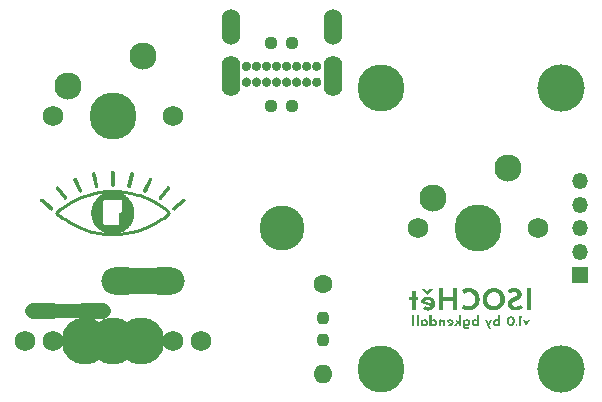
<source format=gbs>
G04 #@! TF.GenerationSoftware,KiCad,Pcbnew,7.0.11*
G04 #@! TF.CreationDate,2024-05-21T13:22:13-04:00*
G04 #@! TF.ProjectId,ISOCHet,49534f43-4865-4742-9e6b-696361645f70,rev?*
G04 #@! TF.SameCoordinates,Original*
G04 #@! TF.FileFunction,Soldermask,Bot*
G04 #@! TF.FilePolarity,Negative*
%FSLAX46Y46*%
G04 Gerber Fmt 4.6, Leading zero omitted, Abs format (unit mm)*
G04 Created by KiCad (PCBNEW 7.0.11) date 2024-05-21 13:22:13*
%MOMM*%
%LPD*%
G01*
G04 APERTURE LIST*
G04 Aperture macros list*
%AMRoundRect*
0 Rectangle with rounded corners*
0 $1 Rounding radius*
0 $2 $3 $4 $5 $6 $7 $8 $9 X,Y pos of 4 corners*
0 Add a 4 corners polygon primitive as box body*
4,1,4,$2,$3,$4,$5,$6,$7,$8,$9,$2,$3,0*
0 Add four circle primitives for the rounded corners*
1,1,$1+$1,$2,$3*
1,1,$1+$1,$4,$5*
1,1,$1+$1,$6,$7*
1,1,$1+$1,$8,$9*
0 Add four rect primitives between the rounded corners*
20,1,$1+$1,$2,$3,$4,$5,0*
20,1,$1+$1,$4,$5,$6,$7,0*
20,1,$1+$1,$6,$7,$8,$9,0*
20,1,$1+$1,$8,$9,$2,$3,0*%
%AMFreePoly0*
4,1,19,-1.250000,0.000000,-1.241997,0.101682,-1.196541,0.258146,-1.113601,0.398390,-0.998390,0.513601,-0.858146,0.596541,-0.701682,0.641997,-0.600000,0.650000,1.250000,0.650000,1.250000,-0.650000,-0.600000,-0.650000,-0.701682,-0.641997,-0.858146,-0.596541,-0.998390,-0.513601,-1.113601,-0.398390,-1.196541,-0.258146,-1.241997,-0.101682,-1.250000,0.000000,-1.250000,0.000000,-1.250000,0.000000,
$1*%
%AMFreePoly1*
4,1,23,-1.150000,0.000000,-1.141867,0.136527,-1.095394,0.350159,-1.009331,0.551136,-0.886788,0.732194,-0.732194,0.886788,-0.551136,1.009331,-0.350159,1.095394,-0.136527,1.141867,0.000000,1.150000,1.150000,1.150000,1.150000,-1.150000,0.000000,-1.150000,-0.136527,-1.141867,-0.350159,-1.095394,-0.551136,-1.009331,-0.732194,-0.886788,-0.886788,-0.732194,-1.009331,-0.551136,-1.095394,-0.350159,
-1.141867,-0.136527,-1.150000,0.000000,-1.150000,0.000000,-1.150000,0.000000,$1*%
%AMFreePoly2*
4,1,18,-1.250000,0.650000,0.600000,0.650000,0.701682,0.641997,0.858146,0.596541,0.998390,0.513601,1.113601,0.398390,1.196541,0.258146,1.241997,0.101682,1.250000,0.000000,1.241997,-0.101682,1.196541,-0.258146,1.113601,-0.398390,0.998390,-0.513601,0.858146,-0.596541,0.701682,-0.641997,0.600000,-0.650000,-1.250000,-0.650000,-1.250000,0.650000,-1.250000,0.650000,$1*%
%AMFreePoly3*
4,1,22,-1.150000,1.150000,0.000000,1.150000,0.136527,1.141867,0.350159,1.095394,0.551136,1.009331,0.732194,0.886788,0.886788,0.732194,1.009331,0.551136,1.095394,0.350159,1.141867,0.136527,1.150000,0.000000,1.141867,-0.136527,1.095394,-0.350159,1.009331,-0.551136,0.886788,-0.732194,0.732194,-0.886788,0.551136,-1.009331,0.350159,-1.095394,0.136527,-1.141867,0.000000,-1.150000,
-1.150000,-1.150000,-1.150000,1.150000,-1.150000,1.150000,$1*%
G04 Aperture macros list end*
%ADD10C,0.264582*%
%ADD11C,0.000000*%
%ADD12C,0.300000*%
%ADD13C,0.150000*%
%ADD14C,0.400000*%
%ADD15C,3.800000*%
%ADD16C,1.600000*%
%ADD17RoundRect,0.237500X-0.237500X0.250000X-0.237500X-0.250000X0.237500X-0.250000X0.237500X0.250000X0*%
%ADD18O,1.600000X1.600000*%
%ADD19C,1.750000*%
%ADD20C,3.987800*%
%ADD21C,2.300000*%
%ADD22R,2.500000X1.300000*%
%ADD23R,2.500000X2.300000*%
%ADD24O,1.554000X3.454000*%
%ADD25O,1.554000X3.054000*%
%ADD26FreePoly0,0.000000*%
%ADD27FreePoly1,0.000000*%
%ADD28C,4.000000*%
%ADD29FreePoly2,0.000000*%
%ADD30FreePoly3,0.000000*%
%ADD31RoundRect,0.237500X0.250000X0.237500X-0.250000X0.237500X-0.250000X-0.237500X0.250000X-0.237500X0*%
%ADD32RoundRect,0.237500X-0.250000X-0.237500X0.250000X-0.237500X0.250000X0.237500X-0.250000X0.237500X0*%
%ADD33R,1.350000X1.350000*%
%ADD34O,1.350000X1.350000*%
G04 APERTURE END LIST*
D10*
X147326473Y-57080039D02*
X146933175Y-57233676D01*
X145549517Y-57578241D02*
X145022194Y-57636628D01*
X140630483Y-56577060D02*
X140379934Y-56413063D01*
X141074582Y-56831463D02*
X140917536Y-56746425D01*
D11*
G36*
X144470875Y-52273875D02*
G01*
X144478932Y-52274489D01*
X144486873Y-52275499D01*
X144494688Y-52276896D01*
X144502365Y-52278670D01*
X144509896Y-52280810D01*
X144517271Y-52283308D01*
X144524479Y-52286152D01*
X144531510Y-52289333D01*
X144538355Y-52292840D01*
X144545003Y-52296664D01*
X144551444Y-52300795D01*
X144557669Y-52305223D01*
X144563667Y-52309937D01*
X144569428Y-52314928D01*
X144574943Y-52320186D01*
X144580201Y-52325701D01*
X144585192Y-52331462D01*
X144589906Y-52337459D01*
X144594334Y-52343684D01*
X144598465Y-52350125D01*
X144602290Y-52356773D01*
X144605797Y-52363617D01*
X144608978Y-52370648D01*
X144611822Y-52377856D01*
X144614320Y-52385230D01*
X144616460Y-52392761D01*
X144618234Y-52400439D01*
X144619631Y-52408253D01*
X144620641Y-52416194D01*
X144621254Y-52424251D01*
X144621461Y-52432415D01*
X144621461Y-53490750D01*
X144621254Y-53498914D01*
X144620641Y-53506971D01*
X144619631Y-53514912D01*
X144618233Y-53522727D01*
X144616460Y-53530405D01*
X144614319Y-53537936D01*
X144611822Y-53545310D01*
X144608978Y-53552518D01*
X144605797Y-53559549D01*
X144602289Y-53566394D01*
X144598465Y-53573042D01*
X144594334Y-53579483D01*
X144589906Y-53585708D01*
X144585191Y-53591705D01*
X144580200Y-53597467D01*
X144574942Y-53602981D01*
X144569428Y-53608239D01*
X144563666Y-53613230D01*
X144557668Y-53617944D01*
X144551444Y-53622372D01*
X144545002Y-53626503D01*
X144538354Y-53630327D01*
X144531510Y-53633835D01*
X144524479Y-53637016D01*
X144517271Y-53639860D01*
X144509896Y-53642357D01*
X144502365Y-53644498D01*
X144494687Y-53646271D01*
X144486873Y-53647669D01*
X144478932Y-53648679D01*
X144470875Y-53649292D01*
X144462711Y-53649499D01*
X144454547Y-53649292D01*
X144446489Y-53648679D01*
X144438548Y-53647669D01*
X144430734Y-53646272D01*
X144423056Y-53644498D01*
X144415525Y-53642357D01*
X144408151Y-53639860D01*
X144400943Y-53637016D01*
X144393912Y-53633835D01*
X144387068Y-53630328D01*
X144380420Y-53626503D01*
X144373979Y-53622372D01*
X144367754Y-53617945D01*
X144361756Y-53613230D01*
X144355995Y-53608239D01*
X144350481Y-53602982D01*
X144345223Y-53597467D01*
X144340232Y-53591706D01*
X144335517Y-53585708D01*
X144331089Y-53579484D01*
X144326958Y-53573043D01*
X144323134Y-53566395D01*
X144319626Y-53559550D01*
X144316446Y-53552519D01*
X144313601Y-53545312D01*
X144311104Y-53537937D01*
X144308963Y-53530406D01*
X144307189Y-53522729D01*
X144305792Y-53514914D01*
X144304781Y-53506974D01*
X144304168Y-53498916D01*
X144303961Y-53490752D01*
X144303961Y-52432418D01*
X144304167Y-52424254D01*
X144304781Y-52416196D01*
X144305791Y-52408255D01*
X144307188Y-52400441D01*
X144308962Y-52392763D01*
X144311102Y-52385232D01*
X144313600Y-52377857D01*
X144316444Y-52370650D01*
X144319625Y-52363618D01*
X144323132Y-52356774D01*
X144326957Y-52350126D01*
X144331088Y-52343685D01*
X144335516Y-52337460D01*
X144340230Y-52331462D01*
X144345221Y-52325701D01*
X144350479Y-52320186D01*
X144355994Y-52314929D01*
X144361755Y-52309938D01*
X144367753Y-52305223D01*
X144373978Y-52300795D01*
X144380419Y-52296664D01*
X144387067Y-52292840D01*
X144393911Y-52289333D01*
X144400943Y-52286152D01*
X144408151Y-52283308D01*
X144415525Y-52280811D01*
X144423056Y-52278670D01*
X144430734Y-52276896D01*
X144438548Y-52275499D01*
X144446489Y-52274489D01*
X144454547Y-52273875D01*
X144462711Y-52273669D01*
X144470875Y-52273875D01*
G37*
D10*
X145800954Y-54141051D02*
X146044151Y-54189769D01*
X142881299Y-54189769D02*
X143375935Y-54099613D01*
D11*
G36*
X146279367Y-55745382D02*
G01*
X146281736Y-55838930D01*
X146279367Y-55932477D01*
X146272337Y-56024802D01*
X146260761Y-56115792D01*
X146244753Y-56205331D01*
X146224428Y-56293305D01*
X146199900Y-56379599D01*
X146171284Y-56464098D01*
X146138695Y-56546688D01*
X146102248Y-56627254D01*
X146062056Y-56705681D01*
X146018236Y-56781855D01*
X145970901Y-56855661D01*
X145920166Y-56926985D01*
X145866146Y-56995711D01*
X145808956Y-57061725D01*
X145748709Y-57124913D01*
X145685521Y-57185159D01*
X145619507Y-57242350D01*
X145550781Y-57296370D01*
X145479457Y-57347105D01*
X145405651Y-57394440D01*
X145329477Y-57438260D01*
X145251050Y-57478451D01*
X145170484Y-57514899D01*
X145087894Y-57547488D01*
X145003395Y-57576103D01*
X144917101Y-57600631D01*
X144829128Y-57620956D01*
X144739589Y-57636965D01*
X144648599Y-57648541D01*
X144556273Y-57655571D01*
X144462726Y-57657940D01*
X144369177Y-57655571D01*
X144276850Y-57648541D01*
X144185859Y-57636965D01*
X144096319Y-57620956D01*
X144008344Y-57600631D01*
X143922049Y-57576103D01*
X143837550Y-57547488D01*
X143754959Y-57514899D01*
X143674393Y-57478451D01*
X143595966Y-57438260D01*
X143519792Y-57394440D01*
X143445986Y-57347105D01*
X143374662Y-57296370D01*
X143305936Y-57242350D01*
X143239922Y-57185159D01*
X143176735Y-57124913D01*
X143116489Y-57061725D01*
X143059299Y-56995711D01*
X143005280Y-56926985D01*
X142954546Y-56855661D01*
X142907211Y-56781855D01*
X142897635Y-56765209D01*
X143668976Y-56765209D01*
X143669148Y-56772005D01*
X143669658Y-56778711D01*
X143670498Y-56785320D01*
X143671659Y-56791823D01*
X143673134Y-56798212D01*
X143674914Y-56804479D01*
X143676990Y-56810614D01*
X143679355Y-56816611D01*
X143681999Y-56822461D01*
X143684916Y-56828155D01*
X143688095Y-56833685D01*
X143691530Y-56839042D01*
X143695212Y-56844220D01*
X143699132Y-56849208D01*
X143703282Y-56854000D01*
X143707655Y-56858586D01*
X143712240Y-56862958D01*
X143717031Y-56867109D01*
X143722019Y-56871029D01*
X143727196Y-56874711D01*
X143732553Y-56878146D01*
X143738081Y-56881325D01*
X143743774Y-56884241D01*
X143749622Y-56886886D01*
X143755617Y-56889250D01*
X143761751Y-56891326D01*
X143768015Y-56893106D01*
X143774401Y-56894580D01*
X143780902Y-56895742D01*
X143787508Y-56896581D01*
X143794211Y-56897091D01*
X143801003Y-56897263D01*
X144859839Y-56897263D01*
X144866635Y-56897091D01*
X144873341Y-56896581D01*
X144879950Y-56895742D01*
X144886453Y-56894580D01*
X144892842Y-56893106D01*
X144899108Y-56891326D01*
X144905244Y-56889250D01*
X144911241Y-56886886D01*
X144917090Y-56884241D01*
X144922784Y-56881325D01*
X144928314Y-56878146D01*
X144933672Y-56874711D01*
X144938849Y-56871029D01*
X144943838Y-56867109D01*
X144948629Y-56862958D01*
X144953216Y-56858586D01*
X144957588Y-56854000D01*
X144961739Y-56849208D01*
X144965659Y-56844220D01*
X144969340Y-56839042D01*
X144972775Y-56833685D01*
X144975955Y-56828155D01*
X144978871Y-56822461D01*
X144981516Y-56816611D01*
X144983880Y-56810614D01*
X144985956Y-56804479D01*
X144987735Y-56798212D01*
X144989210Y-56791823D01*
X144990371Y-56785320D01*
X144991211Y-56778711D01*
X144991721Y-56772005D01*
X144991893Y-56765209D01*
X144991893Y-55904963D01*
X144991979Y-55901565D01*
X144992234Y-55898212D01*
X144992654Y-55894908D01*
X144993234Y-55891656D01*
X144993972Y-55888461D01*
X144994862Y-55885328D01*
X144995900Y-55882260D01*
X144997082Y-55879261D01*
X144998405Y-55876336D01*
X144999863Y-55873489D01*
X145001453Y-55870724D01*
X145003171Y-55868044D01*
X145005012Y-55865456D01*
X145006973Y-55862961D01*
X145009048Y-55860565D01*
X145011235Y-55858271D01*
X145013528Y-55856085D01*
X145015924Y-55854009D01*
X145018419Y-55852049D01*
X145021007Y-55850208D01*
X145023687Y-55848490D01*
X145026452Y-55846900D01*
X145029299Y-55845442D01*
X145032224Y-55844119D01*
X145035223Y-55842937D01*
X145038291Y-55841899D01*
X145041424Y-55841009D01*
X145044619Y-55840271D01*
X145047870Y-55839690D01*
X145051175Y-55839271D01*
X145054528Y-55839015D01*
X145057926Y-55838930D01*
X145124423Y-55838930D01*
X145131218Y-55838758D01*
X145137925Y-55838248D01*
X145144533Y-55837408D01*
X145151036Y-55836247D01*
X145157425Y-55834772D01*
X145163692Y-55832993D01*
X145169828Y-55830917D01*
X145175824Y-55828552D01*
X145181674Y-55825908D01*
X145187368Y-55822992D01*
X145192898Y-55819812D01*
X145198256Y-55816377D01*
X145203433Y-55812696D01*
X145208421Y-55808775D01*
X145213213Y-55804625D01*
X145217799Y-55800253D01*
X145222171Y-55795666D01*
X145226322Y-55790875D01*
X145230242Y-55785886D01*
X145233924Y-55780709D01*
X145237359Y-55775351D01*
X145240538Y-55769821D01*
X145243454Y-55764127D01*
X145246099Y-55758278D01*
X145248463Y-55752281D01*
X145250539Y-55746145D01*
X145252319Y-55739879D01*
X145253793Y-55733490D01*
X145254955Y-55726987D01*
X145255794Y-55720378D01*
X145256304Y-55713672D01*
X145256476Y-55706876D01*
X145256476Y-54912650D01*
X145256314Y-54906102D01*
X145255830Y-54899598D01*
X145255029Y-54893149D01*
X145253916Y-54886766D01*
X145252494Y-54880461D01*
X145250769Y-54874243D01*
X145248744Y-54868124D01*
X145246425Y-54862114D01*
X145243816Y-54856224D01*
X145240921Y-54850465D01*
X145237744Y-54844849D01*
X145234291Y-54839385D01*
X145230566Y-54834084D01*
X145226573Y-54828958D01*
X145222316Y-54824017D01*
X145217801Y-54819272D01*
X145213056Y-54814756D01*
X145208115Y-54810500D01*
X145202988Y-54806506D01*
X145197688Y-54802781D01*
X145192224Y-54799328D01*
X145186607Y-54796152D01*
X145180848Y-54793257D01*
X145174959Y-54790647D01*
X145168949Y-54788328D01*
X145162829Y-54786304D01*
X145156612Y-54784578D01*
X145150306Y-54783157D01*
X145143924Y-54782043D01*
X145137475Y-54781242D01*
X145130971Y-54780759D01*
X145124423Y-54780596D01*
X143801003Y-54780596D01*
X143794460Y-54780759D01*
X143787961Y-54781242D01*
X143781516Y-54782043D01*
X143775137Y-54783157D01*
X143768834Y-54784578D01*
X143762618Y-54786304D01*
X143756501Y-54788328D01*
X143750492Y-54790647D01*
X143744604Y-54793257D01*
X143738847Y-54796152D01*
X143733232Y-54799328D01*
X143727770Y-54802781D01*
X143722472Y-54806506D01*
X143717349Y-54810500D01*
X143712412Y-54814756D01*
X143707672Y-54819272D01*
X143703149Y-54824017D01*
X143698887Y-54828958D01*
X143694890Y-54834084D01*
X143691161Y-54839385D01*
X143687705Y-54844849D01*
X143684528Y-54850465D01*
X143681632Y-54856224D01*
X143679022Y-54862114D01*
X143676703Y-54868124D01*
X143674679Y-54874243D01*
X143672955Y-54880461D01*
X143671534Y-54886766D01*
X143670421Y-54893149D01*
X143669621Y-54899598D01*
X143669138Y-54906102D01*
X143668976Y-54912650D01*
X143668976Y-56765209D01*
X142897635Y-56765209D01*
X142863391Y-56705681D01*
X142823201Y-56627254D01*
X142786754Y-56546688D01*
X142754166Y-56464098D01*
X142725551Y-56379599D01*
X142701023Y-56293305D01*
X142680698Y-56205331D01*
X142664690Y-56115792D01*
X142653114Y-56024802D01*
X142646085Y-55932477D01*
X142643716Y-55838930D01*
X142646085Y-55745382D01*
X142653114Y-55653057D01*
X142664690Y-55562067D01*
X142680698Y-55472528D01*
X142701023Y-55384554D01*
X142725551Y-55298260D01*
X142754166Y-55213761D01*
X142786754Y-55131171D01*
X142823201Y-55050606D01*
X142863391Y-54972178D01*
X142907211Y-54896004D01*
X142954546Y-54822198D01*
X143005280Y-54750875D01*
X143059299Y-54682148D01*
X143116489Y-54616134D01*
X143176735Y-54552946D01*
X143239922Y-54492700D01*
X143305936Y-54435509D01*
X143374662Y-54381489D01*
X143445986Y-54330754D01*
X143519792Y-54283420D01*
X143595966Y-54239599D01*
X143674393Y-54199408D01*
X143754959Y-54162960D01*
X143837550Y-54130372D01*
X143922049Y-54101756D01*
X144008344Y-54077228D01*
X144096319Y-54056903D01*
X144185859Y-54040894D01*
X144276850Y-54029318D01*
X144369177Y-54022288D01*
X144462726Y-54019919D01*
X144556273Y-54022288D01*
X144648599Y-54029318D01*
X144739589Y-54040894D01*
X144829128Y-54056903D01*
X144917101Y-54077228D01*
X145003395Y-54101756D01*
X145087894Y-54130372D01*
X145170484Y-54162960D01*
X145251050Y-54199408D01*
X145329477Y-54239599D01*
X145405651Y-54283420D01*
X145479457Y-54330754D01*
X145550781Y-54381489D01*
X145619507Y-54435509D01*
X145685521Y-54492700D01*
X145748709Y-54552946D01*
X145808956Y-54616134D01*
X145866146Y-54682148D01*
X145920166Y-54750875D01*
X145970901Y-54822198D01*
X146018236Y-54896004D01*
X146062056Y-54972178D01*
X146102248Y-55050606D01*
X146138695Y-55131171D01*
X146171284Y-55213761D01*
X146199900Y-55298260D01*
X146224428Y-55384554D01*
X146244753Y-55472528D01*
X146260761Y-55562067D01*
X146272337Y-55653057D01*
X146276435Y-55706876D01*
X146279367Y-55745382D01*
G37*
D10*
X148934926Y-55555460D02*
X149072689Y-55671519D01*
X148294972Y-56577060D02*
X148007917Y-56746425D01*
X142419898Y-57371459D02*
X142201830Y-57304881D01*
X139673779Y-55838930D02*
X139990533Y-55555460D01*
X146933175Y-57233676D02*
X146505553Y-57371459D01*
X140769480Y-56661403D02*
X140630483Y-56577060D01*
X143375935Y-57578241D02*
X143124497Y-57536801D01*
X143635545Y-57611737D02*
X143375935Y-57578241D01*
X147134149Y-54519343D02*
X147326473Y-54597811D01*
X146279040Y-54245104D02*
X146505553Y-54306392D01*
X139753694Y-55916870D02*
X139673779Y-55838930D01*
X148155974Y-55016449D02*
X148294972Y-55100793D01*
X143124497Y-57536801D02*
X142881299Y-57488082D01*
X141992276Y-54444174D02*
X142419898Y-54306392D01*
X144179010Y-57652250D02*
X143903259Y-57636628D01*
X148294972Y-55100793D02*
X148545522Y-55264791D01*
X146505553Y-57371459D02*
X146044151Y-57488082D01*
X142419898Y-54306392D02*
X142881299Y-54189769D01*
D11*
G36*
X149146703Y-53607205D02*
G01*
X149154328Y-53607849D01*
X149161931Y-53608862D01*
X149169496Y-53610246D01*
X149177011Y-53612003D01*
X149184460Y-53614135D01*
X149191831Y-53616643D01*
X149199109Y-53619529D01*
X149206280Y-53622796D01*
X149213330Y-53626444D01*
X149220244Y-53630477D01*
X149227010Y-53634895D01*
X149233613Y-53639701D01*
X149239965Y-53644835D01*
X149245984Y-53650227D01*
X149251669Y-53655863D01*
X149257018Y-53661728D01*
X149262030Y-53667810D01*
X149266702Y-53674092D01*
X149271032Y-53680563D01*
X149275019Y-53687207D01*
X149278661Y-53694011D01*
X149281956Y-53700961D01*
X149284902Y-53708042D01*
X149287498Y-53715240D01*
X149289741Y-53722542D01*
X149291629Y-53729934D01*
X149293162Y-53737400D01*
X149294336Y-53744929D01*
X149295150Y-53752504D01*
X149295603Y-53760113D01*
X149295692Y-53767742D01*
X149295415Y-53775375D01*
X149294771Y-53783000D01*
X149293758Y-53790602D01*
X149292374Y-53798168D01*
X149290617Y-53805682D01*
X149288486Y-53813132D01*
X149285978Y-53820502D01*
X149283091Y-53827780D01*
X149279824Y-53834951D01*
X149276175Y-53842000D01*
X149272143Y-53848915D01*
X149267724Y-53855681D01*
X149262918Y-53862283D01*
X148618646Y-54701921D01*
X148613512Y-54708272D01*
X148608120Y-54714290D01*
X148602484Y-54719975D01*
X148596619Y-54725324D01*
X148590537Y-54730335D01*
X148584254Y-54735006D01*
X148577784Y-54739337D01*
X148571139Y-54743323D01*
X148564335Y-54746965D01*
X148557386Y-54750260D01*
X148550305Y-54753206D01*
X148543106Y-54755801D01*
X148535804Y-54758043D01*
X148528412Y-54759932D01*
X148520945Y-54761464D01*
X148513417Y-54762638D01*
X148505841Y-54763452D01*
X148498232Y-54763905D01*
X148490603Y-54763993D01*
X148482970Y-54763717D01*
X148475345Y-54763073D01*
X148467742Y-54762060D01*
X148460177Y-54760676D01*
X148452663Y-54758919D01*
X148445213Y-54756787D01*
X148437842Y-54754279D01*
X148430564Y-54751393D01*
X148423393Y-54748126D01*
X148416343Y-54744478D01*
X148409429Y-54740445D01*
X148402663Y-54736026D01*
X148396060Y-54731220D01*
X148389709Y-54726086D01*
X148383690Y-54720694D01*
X148378005Y-54715059D01*
X148372656Y-54709193D01*
X148367645Y-54703112D01*
X148362973Y-54696829D01*
X148358643Y-54690359D01*
X148354656Y-54683714D01*
X148351014Y-54676910D01*
X148347719Y-54669961D01*
X148344773Y-54662880D01*
X148342177Y-54655681D01*
X148339934Y-54648379D01*
X148338046Y-54640988D01*
X148336513Y-54633521D01*
X148335339Y-54625993D01*
X148334524Y-54618417D01*
X148334072Y-54610808D01*
X148333983Y-54603180D01*
X148334259Y-54595546D01*
X148334903Y-54587921D01*
X148335916Y-54580319D01*
X148337300Y-54572754D01*
X148339056Y-54565240D01*
X148341188Y-54557790D01*
X148343696Y-54550419D01*
X148346582Y-54543142D01*
X148349849Y-54535971D01*
X148353498Y-54528921D01*
X148357530Y-54522006D01*
X148361949Y-54515241D01*
X148366755Y-54508638D01*
X149011028Y-53669006D01*
X149016162Y-53662655D01*
X149021554Y-53656636D01*
X149027190Y-53650951D01*
X149033055Y-53645601D01*
X149039136Y-53640590D01*
X149045419Y-53635918D01*
X149051890Y-53631588D01*
X149058534Y-53627601D01*
X149065338Y-53623959D01*
X149072288Y-53620664D01*
X149079369Y-53617718D01*
X149086567Y-53615123D01*
X149093869Y-53612880D01*
X149101261Y-53610991D01*
X149108728Y-53609459D01*
X149116256Y-53608285D01*
X149123832Y-53607470D01*
X149131441Y-53607018D01*
X149139070Y-53606929D01*
X149146703Y-53607205D01*
G37*
D10*
X142881299Y-57488082D02*
X142646410Y-57432747D01*
X147326473Y-54597811D02*
X147510081Y-54678917D01*
X147684902Y-56915853D02*
X147326473Y-57080039D01*
X140166436Y-55418115D02*
X140379934Y-55264791D01*
X147684902Y-54761997D02*
X147850871Y-54846388D01*
X148934926Y-56122396D02*
X148759021Y-56259740D01*
X144746444Y-57652250D02*
X144462728Y-57657940D01*
D11*
G36*
X138466236Y-54660044D02*
G01*
X138473850Y-54660653D01*
X138481440Y-54661629D01*
X138488991Y-54662973D01*
X138496488Y-54664685D01*
X138503919Y-54666768D01*
X138511269Y-54669222D01*
X138518523Y-54672049D01*
X138525668Y-54675250D01*
X138532690Y-54678826D01*
X138539574Y-54682778D01*
X138546307Y-54687109D01*
X138552874Y-54691817D01*
X138559261Y-54696906D01*
X139369991Y-55377191D01*
X139376113Y-55382597D01*
X139381891Y-55388246D01*
X139387325Y-55394125D01*
X139392413Y-55400218D01*
X139397154Y-55406512D01*
X139401548Y-55412993D01*
X139405592Y-55419646D01*
X139409285Y-55426458D01*
X139412627Y-55433414D01*
X139415615Y-55440501D01*
X139418250Y-55447703D01*
X139420529Y-55455008D01*
X139422451Y-55462401D01*
X139424015Y-55469868D01*
X139425220Y-55477395D01*
X139426065Y-55484967D01*
X139426548Y-55492571D01*
X139426668Y-55500193D01*
X139426424Y-55507818D01*
X139425815Y-55515432D01*
X139424839Y-55523022D01*
X139423495Y-55530573D01*
X139421783Y-55538071D01*
X139419700Y-55545502D01*
X139417245Y-55552851D01*
X139414418Y-55560106D01*
X139411217Y-55567251D01*
X139407640Y-55574273D01*
X139403687Y-55581157D01*
X139399356Y-55587890D01*
X139394647Y-55594457D01*
X139389557Y-55600844D01*
X139384151Y-55606965D01*
X139378502Y-55612743D01*
X139372624Y-55618177D01*
X139366531Y-55623265D01*
X139360237Y-55628006D01*
X139353757Y-55632399D01*
X139347103Y-55636443D01*
X139340292Y-55640137D01*
X139333336Y-55643478D01*
X139326249Y-55646467D01*
X139319047Y-55649101D01*
X139311742Y-55651380D01*
X139304349Y-55653302D01*
X139296882Y-55654867D01*
X139289356Y-55656072D01*
X139281783Y-55656916D01*
X139274179Y-55657399D01*
X139266558Y-55657520D01*
X139258933Y-55657276D01*
X139251318Y-55656667D01*
X139243729Y-55655691D01*
X139236178Y-55654347D01*
X139228680Y-55652635D01*
X139221249Y-55650552D01*
X139213900Y-55648098D01*
X139206645Y-55645271D01*
X139199500Y-55642070D01*
X139192478Y-55638494D01*
X139185594Y-55634542D01*
X139178861Y-55630211D01*
X139172295Y-55625502D01*
X139165907Y-55620413D01*
X138355178Y-54940129D01*
X138349057Y-54934723D01*
X138343279Y-54929074D01*
X138337845Y-54923195D01*
X138332757Y-54917102D01*
X138328015Y-54910808D01*
X138323622Y-54904327D01*
X138319578Y-54897674D01*
X138315884Y-54890862D01*
X138312542Y-54883905D01*
X138309554Y-54876819D01*
X138306919Y-54869616D01*
X138304640Y-54862311D01*
X138302718Y-54854918D01*
X138301154Y-54847451D01*
X138299948Y-54839924D01*
X138299104Y-54832351D01*
X138298621Y-54824747D01*
X138298500Y-54817125D01*
X138298744Y-54809500D01*
X138299354Y-54801886D01*
X138300330Y-54794296D01*
X138301673Y-54786745D01*
X138303386Y-54779247D01*
X138305469Y-54771817D01*
X138307924Y-54764467D01*
X138310751Y-54757213D01*
X138313952Y-54750068D01*
X138317529Y-54743046D01*
X138321482Y-54736162D01*
X138325812Y-54729430D01*
X138330522Y-54722863D01*
X138335612Y-54716477D01*
X138341018Y-54710355D01*
X138346667Y-54704577D01*
X138352545Y-54699143D01*
X138358638Y-54694055D01*
X138364932Y-54689314D01*
X138371412Y-54684921D01*
X138378065Y-54680877D01*
X138384877Y-54677183D01*
X138391833Y-54673842D01*
X138398920Y-54670853D01*
X138406122Y-54668219D01*
X138413427Y-54665940D01*
X138420820Y-54664018D01*
X138428287Y-54662454D01*
X138435813Y-54661248D01*
X138443385Y-54660404D01*
X138450989Y-54659921D01*
X138458611Y-54659800D01*
X138466236Y-54660044D01*
G37*
D10*
X146723620Y-54372970D02*
X146933175Y-54444174D01*
X140379934Y-55264791D02*
X140630483Y-55100793D01*
X141598978Y-54597811D02*
X141992276Y-54444174D01*
X148545522Y-56413063D02*
X148294972Y-56577060D01*
X145289907Y-54066117D02*
X145549517Y-54099613D01*
X145022194Y-54041227D02*
X145289907Y-54066117D01*
X140166436Y-56259740D02*
X139990533Y-56122396D01*
X140630483Y-55100793D02*
X140917536Y-54931426D01*
X148759021Y-55418115D02*
X148934926Y-55555460D01*
X146505553Y-54306392D02*
X146723620Y-54372970D01*
X142201830Y-57304881D02*
X141992276Y-57233676D01*
X147510081Y-54678917D02*
X147684902Y-54761997D01*
X140917536Y-56746425D02*
X140769480Y-56661403D01*
D11*
G36*
X150474013Y-54659876D02*
G01*
X150481617Y-54660359D01*
X150489189Y-54661204D01*
X150496716Y-54662409D01*
X150504183Y-54663973D01*
X150511576Y-54665896D01*
X150518881Y-54668175D01*
X150526083Y-54670809D01*
X150533170Y-54673798D01*
X150540126Y-54677140D01*
X150546938Y-54680833D01*
X150553591Y-54684877D01*
X150560072Y-54689270D01*
X150566365Y-54694011D01*
X150572458Y-54699099D01*
X150578336Y-54704533D01*
X150583985Y-54710311D01*
X150589391Y-54716432D01*
X150594481Y-54722818D01*
X150599190Y-54729385D01*
X150603520Y-54736118D01*
X150607473Y-54743002D01*
X150611050Y-54750023D01*
X150614251Y-54757168D01*
X150617078Y-54764423D01*
X150619533Y-54771772D01*
X150621616Y-54779203D01*
X150623328Y-54786701D01*
X150624672Y-54794252D01*
X150625648Y-54801841D01*
X150626257Y-54809456D01*
X150626501Y-54817081D01*
X150626381Y-54824702D01*
X150625898Y-54832306D01*
X150625053Y-54839879D01*
X150623848Y-54847405D01*
X150622284Y-54854872D01*
X150620361Y-54862265D01*
X150618083Y-54869570D01*
X150615448Y-54876773D01*
X150612459Y-54883859D01*
X150609118Y-54890816D01*
X150605424Y-54897627D01*
X150601380Y-54904281D01*
X150596987Y-54910761D01*
X150592246Y-54917055D01*
X150587157Y-54923149D01*
X150581724Y-54929027D01*
X150575945Y-54934676D01*
X150569824Y-54940082D01*
X149759094Y-55620366D01*
X149752707Y-55625456D01*
X149746141Y-55630165D01*
X149739409Y-55634496D01*
X149732525Y-55638449D01*
X149725503Y-55642025D01*
X149718358Y-55645226D01*
X149711104Y-55648053D01*
X149703754Y-55650508D01*
X149696323Y-55652590D01*
X149688826Y-55654303D01*
X149681275Y-55655646D01*
X149673685Y-55656622D01*
X149666071Y-55657231D01*
X149658446Y-55657475D01*
X149650824Y-55657355D01*
X149643220Y-55656871D01*
X149635647Y-55656027D01*
X149628120Y-55654821D01*
X149620654Y-55653257D01*
X149613261Y-55651335D01*
X149605956Y-55649056D01*
X149598753Y-55646421D01*
X149591666Y-55643432D01*
X149584710Y-55640091D01*
X149577898Y-55636397D01*
X149571245Y-55632354D01*
X149564765Y-55627960D01*
X149558471Y-55623219D01*
X149552378Y-55618131D01*
X149546500Y-55612698D01*
X149540851Y-55606920D01*
X149535445Y-55600799D01*
X149530356Y-55594412D01*
X149525646Y-55587845D01*
X149521316Y-55581113D01*
X149517363Y-55574229D01*
X149513787Y-55567207D01*
X149510585Y-55560062D01*
X149507758Y-55552808D01*
X149505304Y-55545458D01*
X149503221Y-55538027D01*
X149501508Y-55530529D01*
X149500164Y-55522979D01*
X149499189Y-55515389D01*
X149498579Y-55507775D01*
X149498335Y-55500150D01*
X149498456Y-55492528D01*
X149498939Y-55484924D01*
X149499783Y-55477352D01*
X149500988Y-55469825D01*
X149502553Y-55462358D01*
X149504475Y-55454965D01*
X149506754Y-55447660D01*
X149509388Y-55440457D01*
X149512377Y-55433371D01*
X149515719Y-55426415D01*
X149519412Y-55419603D01*
X149523456Y-55412949D01*
X149527849Y-55406469D01*
X149532591Y-55400175D01*
X149537679Y-55394081D01*
X149543113Y-55388203D01*
X149548891Y-55382554D01*
X149555012Y-55377147D01*
X150365742Y-54696864D01*
X150372129Y-54691774D01*
X150378695Y-54687065D01*
X150385428Y-54682734D01*
X150392312Y-54678781D01*
X150399333Y-54675205D01*
X150406478Y-54672004D01*
X150413733Y-54669177D01*
X150421082Y-54666723D01*
X150428513Y-54664640D01*
X150436011Y-54662927D01*
X150443562Y-54661584D01*
X150451151Y-54660608D01*
X150458766Y-54659999D01*
X150466391Y-54659755D01*
X150474013Y-54659876D01*
G37*
D10*
X144462728Y-57657940D02*
X144179010Y-57652250D01*
X149251683Y-55838930D02*
X148934926Y-56122396D01*
X143903259Y-57636628D02*
X143635545Y-57611737D01*
X141791302Y-57158508D02*
X141598978Y-57080039D01*
X139990533Y-56122396D02*
X139852771Y-56006338D01*
D11*
G36*
X147656171Y-52863449D02*
G01*
X147663906Y-52863918D01*
X147671646Y-52864771D01*
X147679376Y-52866014D01*
X147687085Y-52867652D01*
X147694758Y-52869689D01*
X147702382Y-52872129D01*
X147709945Y-52874979D01*
X147717433Y-52878242D01*
X147724744Y-52881880D01*
X147731787Y-52885841D01*
X147738557Y-52890112D01*
X147745049Y-52894680D01*
X147751257Y-52899533D01*
X147757178Y-52904655D01*
X147762806Y-52910035D01*
X147768137Y-52915659D01*
X147773165Y-52921513D01*
X147777886Y-52927584D01*
X147782294Y-52933859D01*
X147786386Y-52940325D01*
X147790157Y-52946969D01*
X147793600Y-52953776D01*
X147796713Y-52960735D01*
X147799488Y-52967830D01*
X147801923Y-52975050D01*
X147804012Y-52982381D01*
X147805750Y-52989809D01*
X147807133Y-52997322D01*
X147808155Y-53004905D01*
X147808811Y-53012547D01*
X147809098Y-53020232D01*
X147809009Y-53027949D01*
X147808541Y-53035684D01*
X147807688Y-53043423D01*
X147806446Y-53051153D01*
X147804809Y-53058861D01*
X147802773Y-53066534D01*
X147800332Y-53074158D01*
X147797483Y-53081720D01*
X147794221Y-53089206D01*
X147346951Y-54048379D01*
X147343314Y-54055691D01*
X147339353Y-54062734D01*
X147335081Y-54069504D01*
X147330513Y-54075996D01*
X147325661Y-54082205D01*
X147320538Y-54088126D01*
X147315159Y-54093754D01*
X147309535Y-54099085D01*
X147303681Y-54104113D01*
X147297610Y-54108834D01*
X147291334Y-54113243D01*
X147284868Y-54117335D01*
X147278225Y-54121105D01*
X147271418Y-54124549D01*
X147264460Y-54127661D01*
X147257364Y-54130437D01*
X147250144Y-54132871D01*
X147242813Y-54134960D01*
X147235385Y-54136698D01*
X147227872Y-54138080D01*
X147220289Y-54139102D01*
X147212647Y-54139758D01*
X147204961Y-54140044D01*
X147197244Y-54139955D01*
X147189510Y-54139486D01*
X147181770Y-54138633D01*
X147174040Y-54137390D01*
X147166331Y-54135752D01*
X147158658Y-54133715D01*
X147151033Y-54131275D01*
X147143471Y-54128425D01*
X147135983Y-54125162D01*
X147128671Y-54121524D01*
X147121628Y-54117563D01*
X147114858Y-54113292D01*
X147108367Y-54108724D01*
X147102158Y-54103872D01*
X147096237Y-54098749D01*
X147090609Y-54093369D01*
X147085279Y-54087746D01*
X147080251Y-54081892D01*
X147075530Y-54075820D01*
X147071121Y-54069545D01*
X147067029Y-54063079D01*
X147063259Y-54056436D01*
X147059815Y-54049628D01*
X147056703Y-54042670D01*
X147053927Y-54035574D01*
X147051492Y-54028355D01*
X147049403Y-54021024D01*
X147047665Y-54013595D01*
X147046283Y-54006083D01*
X147045261Y-53998499D01*
X147044604Y-53990858D01*
X147044318Y-53983172D01*
X147044407Y-53975456D01*
X147044875Y-53967721D01*
X147045728Y-53959982D01*
X147046971Y-53952252D01*
X147048608Y-53944544D01*
X147050644Y-53936871D01*
X147053084Y-53929247D01*
X147055933Y-53921685D01*
X147059196Y-53914198D01*
X147506465Y-52955026D01*
X147510102Y-52947714D01*
X147514063Y-52940671D01*
X147518335Y-52933901D01*
X147522903Y-52927409D01*
X147527755Y-52921200D01*
X147532878Y-52915279D01*
X147538258Y-52909650D01*
X147543881Y-52904320D01*
X147549735Y-52899291D01*
X147555807Y-52894570D01*
X147562082Y-52890162D01*
X147568548Y-52886070D01*
X147575191Y-52882299D01*
X147581999Y-52878856D01*
X147588957Y-52875744D01*
X147596052Y-52872968D01*
X147603272Y-52870533D01*
X147610603Y-52868444D01*
X147618031Y-52866707D01*
X147625544Y-52865324D01*
X147633127Y-52864303D01*
X147640769Y-52863646D01*
X147648455Y-52863360D01*
X147656171Y-52863449D01*
G37*
D10*
X146044151Y-57488082D02*
X145549517Y-57578241D01*
X139852771Y-56006338D02*
X139753694Y-55916870D01*
X143375935Y-54099613D02*
X143903259Y-54041227D01*
X142646410Y-57432747D02*
X142419898Y-57371459D01*
X141240550Y-54761997D02*
X141598978Y-54597811D01*
X146933175Y-54444174D02*
X147134149Y-54519343D01*
X144746444Y-54025607D02*
X145022194Y-54041227D01*
X148545522Y-55264791D02*
X148759021Y-55418115D01*
X148007917Y-54931426D02*
X148155974Y-55016449D01*
X143903259Y-54041227D02*
X144179010Y-54025607D01*
X148759021Y-56259740D02*
X148545522Y-56413063D01*
X146044151Y-54189769D02*
X146279040Y-54245104D01*
D11*
G36*
X146086896Y-52420660D02*
G01*
X146094867Y-52421393D01*
X146102866Y-52422538D01*
X146110881Y-52424103D01*
X146118807Y-52426072D01*
X146126540Y-52428414D01*
X146134074Y-52431119D01*
X146141400Y-52434174D01*
X146148512Y-52437568D01*
X146155401Y-52441287D01*
X146162060Y-52445322D01*
X146168481Y-52449658D01*
X146174658Y-52454286D01*
X146180581Y-52459191D01*
X146186243Y-52464364D01*
X146191638Y-52469791D01*
X146196756Y-52475461D01*
X146201592Y-52481362D01*
X146206136Y-52487482D01*
X146210382Y-52493809D01*
X146214322Y-52500331D01*
X146217948Y-52507036D01*
X146221252Y-52513912D01*
X146224228Y-52520948D01*
X146226866Y-52528130D01*
X146229161Y-52535448D01*
X146231104Y-52542890D01*
X146232687Y-52550443D01*
X146233903Y-52558095D01*
X146234745Y-52565835D01*
X146235204Y-52573651D01*
X146235274Y-52581530D01*
X146234946Y-52589462D01*
X146234213Y-52597433D01*
X146233067Y-52605432D01*
X146231500Y-52613447D01*
X146002441Y-53646693D01*
X146000474Y-53654619D01*
X145998132Y-53662353D01*
X145995429Y-53669887D01*
X145992375Y-53677214D01*
X145988982Y-53684326D01*
X145985263Y-53691215D01*
X145981230Y-53697874D01*
X145976894Y-53704296D01*
X145972268Y-53710472D01*
X145967363Y-53716395D01*
X145962191Y-53722058D01*
X145956764Y-53727452D01*
X145951095Y-53732571D01*
X145945194Y-53737406D01*
X145939075Y-53741950D01*
X145932748Y-53746196D01*
X145926227Y-53750136D01*
X145919522Y-53753762D01*
X145912646Y-53757066D01*
X145905610Y-53760042D01*
X145898428Y-53762681D01*
X145891109Y-53764975D01*
X145883668Y-53766918D01*
X145876114Y-53768502D01*
X145868461Y-53769718D01*
X145860721Y-53770560D01*
X145852904Y-53771020D01*
X145845024Y-53771090D01*
X145837092Y-53770762D01*
X145829120Y-53770030D01*
X145821120Y-53768884D01*
X145813104Y-53767319D01*
X145805178Y-53765351D01*
X145797445Y-53763008D01*
X145789911Y-53760303D01*
X145782585Y-53757248D01*
X145775473Y-53753855D01*
X145768584Y-53750135D01*
X145761925Y-53746101D01*
X145755504Y-53741764D01*
X145749328Y-53737137D01*
X145743405Y-53732231D01*
X145737742Y-53727059D01*
X145732348Y-53721631D01*
X145727229Y-53715961D01*
X145722394Y-53710060D01*
X145717849Y-53703940D01*
X145713604Y-53697614D01*
X145709664Y-53691092D01*
X145706038Y-53684387D01*
X145702734Y-53677510D01*
X145699758Y-53670475D01*
X145697120Y-53663292D01*
X145694825Y-53655974D01*
X145692882Y-53648533D01*
X145691299Y-53640980D01*
X145690083Y-53633327D01*
X145689241Y-53625587D01*
X145688782Y-53617772D01*
X145688713Y-53609892D01*
X145689041Y-53601961D01*
X145689774Y-53593990D01*
X145690920Y-53585991D01*
X145692486Y-53577976D01*
X145921544Y-52544730D01*
X145923511Y-52536804D01*
X145925853Y-52529070D01*
X145928557Y-52521536D01*
X145931611Y-52514209D01*
X145935004Y-52507097D01*
X145938723Y-52500208D01*
X145942757Y-52493549D01*
X145947093Y-52487127D01*
X145951720Y-52480951D01*
X145956625Y-52475028D01*
X145961798Y-52469365D01*
X145967225Y-52463971D01*
X145972895Y-52458852D01*
X145978796Y-52454016D01*
X145984915Y-52449472D01*
X145991242Y-52445226D01*
X145997764Y-52441287D01*
X146004469Y-52437661D01*
X146011346Y-52434356D01*
X146018381Y-52431381D01*
X146025564Y-52428742D01*
X146032882Y-52426447D01*
X146040324Y-52424504D01*
X146047877Y-52422921D01*
X146055530Y-52421704D01*
X146063270Y-52420862D01*
X146071086Y-52420403D01*
X146078965Y-52420333D01*
X146086896Y-52420660D01*
G37*
D10*
X144179010Y-54025607D02*
X144462728Y-54019919D01*
X140917536Y-54931426D02*
X141240550Y-54761997D01*
X139990533Y-55555460D02*
X140166436Y-55418115D01*
D11*
G36*
X139794231Y-53607849D02*
G01*
X139801840Y-53608302D01*
X139809416Y-53609116D01*
X139816944Y-53610290D01*
X139824411Y-53611823D01*
X139831803Y-53613711D01*
X139839105Y-53615954D01*
X139846303Y-53618550D01*
X139853384Y-53621496D01*
X139860334Y-53624791D01*
X139867138Y-53628433D01*
X139873782Y-53632420D01*
X139880253Y-53636751D01*
X139886536Y-53641422D01*
X139892617Y-53646434D01*
X139898483Y-53651783D01*
X139904118Y-53657468D01*
X139909511Y-53663487D01*
X139914645Y-53669838D01*
X140558911Y-54509474D01*
X140563717Y-54516077D01*
X140568135Y-54522842D01*
X140572168Y-54529757D01*
X140575816Y-54536807D01*
X140579083Y-54543978D01*
X140581969Y-54551255D01*
X140584477Y-54558626D01*
X140586609Y-54566076D01*
X140588365Y-54573590D01*
X140589749Y-54581155D01*
X140590762Y-54588758D01*
X140591406Y-54596383D01*
X140591683Y-54604016D01*
X140591594Y-54611645D01*
X140591141Y-54619254D01*
X140590327Y-54626830D01*
X140589153Y-54634358D01*
X140587620Y-54641825D01*
X140585732Y-54649217D01*
X140583489Y-54656519D01*
X140580893Y-54663718D01*
X140577947Y-54670799D01*
X140574652Y-54677748D01*
X140571009Y-54684552D01*
X140567022Y-54691197D01*
X140562691Y-54697667D01*
X140558019Y-54703951D01*
X140553008Y-54710032D01*
X140547658Y-54715897D01*
X140541972Y-54721533D01*
X140535953Y-54726925D01*
X140529601Y-54732059D01*
X140522998Y-54736866D01*
X140516232Y-54741285D01*
X140509317Y-54745318D01*
X140502266Y-54748967D01*
X140495095Y-54752233D01*
X140487818Y-54755120D01*
X140480447Y-54757628D01*
X140472997Y-54759760D01*
X140465482Y-54761517D01*
X140457917Y-54762901D01*
X140450315Y-54763914D01*
X140442690Y-54764557D01*
X140435056Y-54764834D01*
X140427428Y-54764745D01*
X140419819Y-54764292D01*
X140412243Y-54763478D01*
X140404715Y-54762303D01*
X140397248Y-54760771D01*
X140389857Y-54758882D01*
X140382555Y-54756639D01*
X140375356Y-54754044D01*
X140368275Y-54751097D01*
X140361326Y-54747802D01*
X140354522Y-54744160D01*
X140347878Y-54740173D01*
X140341407Y-54735843D01*
X140335124Y-54731171D01*
X140329043Y-54726159D01*
X140323177Y-54720810D01*
X140317542Y-54715125D01*
X140312150Y-54709106D01*
X140307015Y-54702754D01*
X139662748Y-53863119D01*
X139657942Y-53856517D01*
X139653524Y-53849751D01*
X139649492Y-53842836D01*
X139645844Y-53835786D01*
X139642578Y-53828615D01*
X139639692Y-53821338D01*
X139637184Y-53813967D01*
X139635053Y-53806517D01*
X139633297Y-53799002D01*
X139631914Y-53791436D01*
X139630901Y-53783834D01*
X139630258Y-53776209D01*
X139629982Y-53768575D01*
X139630071Y-53760946D01*
X139630524Y-53753337D01*
X139631339Y-53745761D01*
X139632513Y-53738232D01*
X139634046Y-53730765D01*
X139635935Y-53723373D01*
X139638178Y-53716071D01*
X139640774Y-53708872D01*
X139643720Y-53701791D01*
X139647015Y-53694841D01*
X139650657Y-53688038D01*
X139654643Y-53681393D01*
X139658974Y-53674923D01*
X139663645Y-53668640D01*
X139668656Y-53662559D01*
X139674005Y-53656694D01*
X139679689Y-53651059D01*
X139685708Y-53645668D01*
X139692058Y-53640535D01*
X139698661Y-53635728D01*
X139705427Y-53631309D01*
X139712342Y-53627276D01*
X139719392Y-53623627D01*
X139726563Y-53620361D01*
X139733841Y-53617474D01*
X139741212Y-53614966D01*
X139748662Y-53612834D01*
X139756176Y-53611077D01*
X139763742Y-53609693D01*
X139771344Y-53608680D01*
X139778969Y-53608037D01*
X139786603Y-53607760D01*
X139794231Y-53607849D01*
G37*
D10*
X147850871Y-54846388D02*
X148007917Y-54931426D01*
X145022194Y-57636628D02*
X144746444Y-57652250D01*
X149072689Y-55671519D02*
X149171767Y-55760988D01*
D11*
G36*
X141284879Y-52863595D02*
G01*
X141292521Y-52864252D01*
X141300104Y-52865273D01*
X141307617Y-52866656D01*
X141315045Y-52868393D01*
X141322376Y-52870482D01*
X141329596Y-52872916D01*
X141336691Y-52875692D01*
X141343650Y-52878804D01*
X141350457Y-52882248D01*
X141357101Y-52886018D01*
X141363567Y-52890109D01*
X141369843Y-52894518D01*
X141375914Y-52899239D01*
X141381769Y-52904267D01*
X141387393Y-52909597D01*
X141392773Y-52915225D01*
X141397896Y-52921146D01*
X141402748Y-52927355D01*
X141407317Y-52933847D01*
X141411589Y-52940617D01*
X141415550Y-52947660D01*
X141419188Y-52954972D01*
X141866451Y-53914152D01*
X141869714Y-53921639D01*
X141872563Y-53929200D01*
X141875004Y-53936824D01*
X141877040Y-53944497D01*
X141878677Y-53952205D01*
X141879920Y-53959935D01*
X141880774Y-53967674D01*
X141881242Y-53975408D01*
X141881331Y-53983125D01*
X141881045Y-53990811D01*
X141880389Y-53998452D01*
X141879367Y-54006035D01*
X141877985Y-54013548D01*
X141876247Y-54020976D01*
X141874158Y-54028307D01*
X141871724Y-54035527D01*
X141868948Y-54042623D01*
X141865836Y-54049581D01*
X141862392Y-54056388D01*
X141858622Y-54063032D01*
X141854530Y-54069498D01*
X141850121Y-54075774D01*
X141845400Y-54081845D01*
X141840371Y-54087700D01*
X141835040Y-54093324D01*
X141829412Y-54098704D01*
X141823490Y-54103827D01*
X141817281Y-54108679D01*
X141810789Y-54113248D01*
X141804018Y-54117520D01*
X141796974Y-54121482D01*
X141789661Y-54125120D01*
X141782175Y-54128383D01*
X141774613Y-54131232D01*
X141766990Y-54133672D01*
X141759317Y-54135709D01*
X141751609Y-54137346D01*
X141743880Y-54138589D01*
X141736141Y-54139442D01*
X141728406Y-54139911D01*
X141720690Y-54140000D01*
X141713004Y-54139713D01*
X141705363Y-54139057D01*
X141697780Y-54138035D01*
X141690267Y-54136653D01*
X141682839Y-54134915D01*
X141675508Y-54132827D01*
X141668288Y-54130392D01*
X141661193Y-54127616D01*
X141654234Y-54124504D01*
X141647427Y-54121061D01*
X141640783Y-54117291D01*
X141634317Y-54113199D01*
X141628041Y-54108790D01*
X141621970Y-54104069D01*
X141616115Y-54099041D01*
X141610492Y-54093711D01*
X141605111Y-54088083D01*
X141599989Y-54082162D01*
X141595136Y-54075953D01*
X141590567Y-54069461D01*
X141586296Y-54062691D01*
X141582334Y-54055648D01*
X141578697Y-54048336D01*
X141131434Y-53089157D01*
X141128171Y-53081670D01*
X141125322Y-53074108D01*
X141122881Y-53066484D01*
X141120845Y-53058812D01*
X141119207Y-53051104D01*
X141117964Y-53043374D01*
X141117111Y-53035635D01*
X141116642Y-53027900D01*
X141116553Y-53020184D01*
X141116839Y-53012498D01*
X141117496Y-53004857D01*
X141118517Y-52997273D01*
X141119899Y-52989761D01*
X141121637Y-52982332D01*
X141123726Y-52975002D01*
X141126160Y-52967782D01*
X141128936Y-52960686D01*
X141132048Y-52953728D01*
X141135492Y-52946920D01*
X141139262Y-52940277D01*
X141143354Y-52933811D01*
X141147763Y-52927535D01*
X141152484Y-52921464D01*
X141157513Y-52915609D01*
X141162844Y-52909985D01*
X141168472Y-52904605D01*
X141174394Y-52899482D01*
X141180603Y-52894630D01*
X141187096Y-52890061D01*
X141193867Y-52885789D01*
X141200911Y-52881827D01*
X141208224Y-52878189D01*
X141215710Y-52874926D01*
X141223271Y-52872077D01*
X141230895Y-52869637D01*
X141238567Y-52867600D01*
X141246275Y-52865963D01*
X141254005Y-52864720D01*
X141261743Y-52863867D01*
X141269478Y-52863398D01*
X141277194Y-52863309D01*
X141284879Y-52863595D01*
G37*
D10*
X149171767Y-55760988D02*
X149251683Y-55838930D01*
X141992276Y-57233676D02*
X141791302Y-57158508D01*
D11*
G36*
X142854573Y-52420385D02*
G01*
X142862389Y-52420845D01*
X142870129Y-52421687D01*
X142877781Y-52422903D01*
X142885334Y-52424487D01*
X142892776Y-52426430D01*
X142900094Y-52428725D01*
X142907277Y-52431364D01*
X142914312Y-52434339D01*
X142921188Y-52437644D01*
X142927893Y-52441270D01*
X142934415Y-52445210D01*
X142940742Y-52449456D01*
X142946862Y-52454000D01*
X142952763Y-52458836D01*
X142958433Y-52463954D01*
X142963860Y-52469349D01*
X142969032Y-52475012D01*
X142973938Y-52480935D01*
X142978565Y-52487111D01*
X142982902Y-52493533D01*
X142986935Y-52500192D01*
X142990655Y-52507081D01*
X142994048Y-52514193D01*
X142997102Y-52521520D01*
X142999806Y-52529054D01*
X143002148Y-52536788D01*
X143004116Y-52544714D01*
X143233187Y-53577961D01*
X143234753Y-53585976D01*
X143235899Y-53593974D01*
X143236633Y-53601945D01*
X143236962Y-53609876D01*
X143236893Y-53617756D01*
X143236434Y-53625571D01*
X143235593Y-53633311D01*
X143234377Y-53640963D01*
X143232794Y-53648516D01*
X143230852Y-53655957D01*
X143228558Y-53663275D01*
X143225919Y-53670458D01*
X143222944Y-53677493D01*
X143219640Y-53684369D01*
X143216014Y-53691074D01*
X143212075Y-53697595D01*
X143207829Y-53703922D01*
X143203285Y-53710042D01*
X143198450Y-53715943D01*
X143193331Y-53721613D01*
X143187937Y-53727040D01*
X143182274Y-53732213D01*
X143176350Y-53737118D01*
X143170174Y-53741746D01*
X143163752Y-53746083D01*
X143157093Y-53750117D01*
X143150203Y-53753837D01*
X143143091Y-53757231D01*
X143135763Y-53760286D01*
X143128229Y-53762991D01*
X143120494Y-53765335D01*
X143112567Y-53767304D01*
X143104553Y-53768869D01*
X143096554Y-53770014D01*
X143088583Y-53770747D01*
X143080651Y-53771074D01*
X143072772Y-53771004D01*
X143064956Y-53770544D01*
X143057216Y-53769702D01*
X143049564Y-53768486D01*
X143042011Y-53766902D01*
X143034569Y-53764959D01*
X143027251Y-53762664D01*
X143020068Y-53760025D01*
X143013033Y-53757049D01*
X143006157Y-53753745D01*
X142999452Y-53750119D01*
X142992930Y-53746179D01*
X142986603Y-53741933D01*
X142980483Y-53737389D01*
X142974582Y-53732553D01*
X142968912Y-53727434D01*
X142963485Y-53722040D01*
X142958313Y-53716377D01*
X142953407Y-53710454D01*
X142948780Y-53704278D01*
X142944444Y-53697856D01*
X142940410Y-53691197D01*
X142936691Y-53684308D01*
X142933298Y-53677196D01*
X142930244Y-53669869D01*
X142927540Y-53662335D01*
X142925198Y-53654601D01*
X142923230Y-53646675D01*
X142694159Y-52613428D01*
X142692593Y-52605413D01*
X142691446Y-52597414D01*
X142690713Y-52589443D01*
X142690385Y-52581512D01*
X142690454Y-52573633D01*
X142690913Y-52565817D01*
X142691755Y-52558077D01*
X142692971Y-52550425D01*
X142694554Y-52542872D01*
X142696497Y-52535430D01*
X142698791Y-52528112D01*
X142701430Y-52520930D01*
X142704406Y-52513894D01*
X142707710Y-52507018D01*
X142711336Y-52500313D01*
X142715276Y-52493791D01*
X142719522Y-52487464D01*
X142724066Y-52481344D01*
X142728902Y-52475444D01*
X142734020Y-52469773D01*
X142739415Y-52464346D01*
X142745078Y-52459174D01*
X142751001Y-52454268D01*
X142757177Y-52449641D01*
X142763599Y-52445304D01*
X142770258Y-52441270D01*
X142777147Y-52437550D01*
X142784259Y-52434156D01*
X142791585Y-52431101D01*
X142799119Y-52428397D01*
X142806852Y-52426054D01*
X142814778Y-52424085D01*
X142822792Y-52422520D01*
X142830791Y-52421375D01*
X142838762Y-52420643D01*
X142846693Y-52420315D01*
X142854573Y-52420385D01*
G37*
D10*
X140379934Y-56413063D02*
X140166436Y-56259740D01*
X145549517Y-54099613D02*
X145800954Y-54141051D01*
X141598978Y-57080039D02*
X141415371Y-56998933D01*
X141415371Y-56998933D02*
X141240550Y-56915853D01*
X144462728Y-54019919D02*
X144746444Y-54025607D01*
X148007917Y-56746425D02*
X147684902Y-56915853D01*
X141240550Y-56915853D02*
X141074582Y-56831463D01*
D12*
G36*
X179859825Y-62237094D02*
G01*
X179494487Y-62237094D01*
X179494487Y-64091924D01*
X179859825Y-64091924D01*
X179859825Y-62237094D01*
G37*
G36*
X178025659Y-62685964D02*
G01*
X178045556Y-62675261D01*
X178065515Y-62664913D01*
X178085536Y-62654921D01*
X178105618Y-62645284D01*
X178125762Y-62636002D01*
X178145969Y-62627077D01*
X178166237Y-62618506D01*
X178186566Y-62610291D01*
X178206958Y-62602432D01*
X178227411Y-62594928D01*
X178241081Y-62590123D01*
X178261487Y-62583366D01*
X178281653Y-62577274D01*
X178301580Y-62571846D01*
X178321267Y-62567083D01*
X178340715Y-62562985D01*
X178359923Y-62559551D01*
X178378891Y-62556782D01*
X178397620Y-62554677D01*
X178416109Y-62553237D01*
X178434359Y-62552462D01*
X178446392Y-62552314D01*
X178468126Y-62552735D01*
X178488978Y-62553999D01*
X178508950Y-62556105D01*
X178528041Y-62559053D01*
X178546251Y-62562844D01*
X178563579Y-62567477D01*
X178585314Y-62574964D01*
X178605482Y-62583949D01*
X178624084Y-62594432D01*
X178632798Y-62600235D01*
X178648769Y-62612957D01*
X178662611Y-62627163D01*
X178674323Y-62642852D01*
X178683906Y-62660025D01*
X178691359Y-62678682D01*
X178696683Y-62698823D01*
X178699877Y-62720448D01*
X178700942Y-62743556D01*
X178699686Y-62763694D01*
X178695919Y-62783167D01*
X178689640Y-62801974D01*
X178680849Y-62820115D01*
X178669547Y-62837591D01*
X178655733Y-62854402D01*
X178649504Y-62860940D01*
X178636068Y-62873627D01*
X178621697Y-62885971D01*
X178606392Y-62897972D01*
X178590153Y-62909629D01*
X178572980Y-62920943D01*
X178554872Y-62931913D01*
X178535831Y-62942540D01*
X178515855Y-62952824D01*
X178495212Y-62962812D01*
X178474391Y-62972552D01*
X178453392Y-62982046D01*
X178432214Y-62991292D01*
X178410857Y-63000291D01*
X178389322Y-63009042D01*
X178367608Y-63017547D01*
X178345715Y-63025803D01*
X178325519Y-63033566D01*
X178305378Y-63041685D01*
X178285292Y-63050162D01*
X178265261Y-63058996D01*
X178245285Y-63068187D01*
X178225364Y-63077736D01*
X178205498Y-63087641D01*
X178185687Y-63097904D01*
X178166055Y-63108558D01*
X178146944Y-63119858D01*
X178128356Y-63131804D01*
X178110289Y-63144396D01*
X178092745Y-63157633D01*
X178075723Y-63171516D01*
X178059223Y-63186044D01*
X178043245Y-63201219D01*
X178027919Y-63217087D01*
X178013377Y-63233917D01*
X177999618Y-63251708D01*
X177986641Y-63270462D01*
X177974448Y-63290177D01*
X177965817Y-63305594D01*
X177957627Y-63321552D01*
X177949877Y-63338051D01*
X177942568Y-63355092D01*
X177935811Y-63372683D01*
X177929719Y-63391001D01*
X177924291Y-63410045D01*
X177919528Y-63429816D01*
X177915430Y-63450313D01*
X177911996Y-63471537D01*
X177909227Y-63493487D01*
X177907122Y-63516164D01*
X177905682Y-63539567D01*
X177904907Y-63563696D01*
X177904759Y-63580186D01*
X177905400Y-63606473D01*
X177907325Y-63632412D01*
X177910532Y-63658003D01*
X177915022Y-63683246D01*
X177920795Y-63708142D01*
X177927850Y-63732690D01*
X177936189Y-63756890D01*
X177945810Y-63780743D01*
X177956714Y-63804248D01*
X177968901Y-63827404D01*
X177977739Y-63842649D01*
X177987127Y-63857580D01*
X177997048Y-63872146D01*
X178007502Y-63886348D01*
X178018488Y-63900187D01*
X178030006Y-63913661D01*
X178042056Y-63926771D01*
X178054639Y-63939517D01*
X178067754Y-63951899D01*
X178081402Y-63963917D01*
X178095582Y-63975571D01*
X178110294Y-63986861D01*
X178125539Y-63997786D01*
X178141316Y-64008348D01*
X178157626Y-64018545D01*
X178174468Y-64028379D01*
X178191842Y-64037848D01*
X178209738Y-64046845D01*
X178228146Y-64055262D01*
X178247066Y-64063098D01*
X178266498Y-64070354D01*
X178286441Y-64077029D01*
X178306896Y-64083124D01*
X178327863Y-64088638D01*
X178349342Y-64093572D01*
X178371332Y-64097926D01*
X178393835Y-64101699D01*
X178416849Y-64104891D01*
X178440374Y-64107503D01*
X178464412Y-64109535D01*
X178488961Y-64110986D01*
X178514022Y-64111857D01*
X178539595Y-64112147D01*
X178559496Y-64111957D01*
X178579466Y-64111389D01*
X178599506Y-64110443D01*
X178619616Y-64109117D01*
X178639795Y-64107413D01*
X178660044Y-64105331D01*
X178680362Y-64102869D01*
X178700749Y-64100029D01*
X178721207Y-64096811D01*
X178741734Y-64093213D01*
X178755457Y-64090605D01*
X178775951Y-64086368D01*
X178796384Y-64081738D01*
X178816755Y-64076714D01*
X178837064Y-64071295D01*
X178857312Y-64065482D01*
X178877497Y-64059275D01*
X178897621Y-64052674D01*
X178917683Y-64045679D01*
X178937683Y-64038290D01*
X178957621Y-64030507D01*
X178970879Y-64025099D01*
X178990601Y-64016643D01*
X179010199Y-64007762D01*
X179029674Y-63998456D01*
X179049024Y-63988726D01*
X179068252Y-63978570D01*
X179087355Y-63967989D01*
X179106335Y-63956983D01*
X179125192Y-63945552D01*
X179143924Y-63933696D01*
X179162533Y-63921415D01*
X179174871Y-63912991D01*
X179013524Y-63628106D01*
X178996969Y-63639908D01*
X178980056Y-63651352D01*
X178962787Y-63662439D01*
X178945160Y-63673169D01*
X178927176Y-63683542D01*
X178908835Y-63693557D01*
X178890137Y-63703216D01*
X178871081Y-63712517D01*
X178851834Y-63721385D01*
X178832558Y-63729745D01*
X178813255Y-63737597D01*
X178793925Y-63744940D01*
X178774567Y-63751775D01*
X178755182Y-63758102D01*
X178735769Y-63763920D01*
X178716329Y-63769230D01*
X178696964Y-63773970D01*
X178677998Y-63778078D01*
X178659430Y-63781553D01*
X178641261Y-63784397D01*
X178623490Y-63786609D01*
X178601837Y-63788485D01*
X178580806Y-63789374D01*
X178572568Y-63789453D01*
X178552065Y-63788992D01*
X178531498Y-63787607D01*
X178510866Y-63785299D01*
X178490170Y-63782069D01*
X178469410Y-63777915D01*
X178448585Y-63772838D01*
X178440237Y-63770549D01*
X178419912Y-63763997D01*
X178400704Y-63756158D01*
X178382612Y-63747030D01*
X178365636Y-63736614D01*
X178349777Y-63724911D01*
X178335033Y-63711919D01*
X178329448Y-63706362D01*
X178316656Y-63691342D01*
X178306033Y-63674583D01*
X178297577Y-63656085D01*
X178291289Y-63635848D01*
X178287820Y-63618407D01*
X178285739Y-63599853D01*
X178285045Y-63580186D01*
X178286328Y-63559769D01*
X178290176Y-63540062D01*
X178296591Y-63521067D01*
X178305571Y-63502782D01*
X178317116Y-63485209D01*
X178321535Y-63479509D01*
X178333561Y-63465541D01*
X178346831Y-63451937D01*
X178361347Y-63438699D01*
X178377108Y-63425825D01*
X178394114Y-63413317D01*
X178412365Y-63401173D01*
X178420014Y-63396418D01*
X178435580Y-63387123D01*
X178451503Y-63378145D01*
X178467783Y-63369483D01*
X178484421Y-63361137D01*
X178501415Y-63353106D01*
X178518767Y-63345392D01*
X178536476Y-63337994D01*
X178554543Y-63330912D01*
X178576057Y-63322517D01*
X178597737Y-63313821D01*
X178614105Y-63307100D01*
X178630566Y-63300209D01*
X178647119Y-63293148D01*
X178663765Y-63285918D01*
X178680504Y-63278517D01*
X178697335Y-63270946D01*
X178714260Y-63263205D01*
X178731277Y-63255294D01*
X178748161Y-63247132D01*
X178764852Y-63238638D01*
X178781350Y-63229811D01*
X178797655Y-63220652D01*
X178813767Y-63211161D01*
X178829685Y-63201337D01*
X178845410Y-63191181D01*
X178860942Y-63180693D01*
X178876281Y-63169873D01*
X178891427Y-63158720D01*
X178901416Y-63151100D01*
X178915991Y-63139214D01*
X178930041Y-63126803D01*
X178943565Y-63113867D01*
X178956563Y-63100404D01*
X178969036Y-63086417D01*
X178980984Y-63071904D01*
X178992406Y-63056865D01*
X179003302Y-63041301D01*
X179013673Y-63025211D01*
X179023519Y-63008596D01*
X179029790Y-62997227D01*
X179038590Y-62979553D01*
X179046524Y-62961153D01*
X179053593Y-62942026D01*
X179059796Y-62922173D01*
X179065133Y-62901593D01*
X179069605Y-62880287D01*
X179073211Y-62858255D01*
X179075952Y-62835496D01*
X179077828Y-62812010D01*
X179078837Y-62787798D01*
X179079030Y-62771254D01*
X179078750Y-62751307D01*
X179077910Y-62731693D01*
X179076510Y-62712413D01*
X179074551Y-62693465D01*
X179072032Y-62674851D01*
X179068952Y-62656570D01*
X179065313Y-62638622D01*
X179061115Y-62621008D01*
X179056356Y-62603726D01*
X179051037Y-62586778D01*
X179045159Y-62570163D01*
X179035291Y-62545864D01*
X179024164Y-62522316D01*
X179011778Y-62499517D01*
X179007369Y-62492084D01*
X178993332Y-62470264D01*
X178978260Y-62449317D01*
X178962152Y-62429244D01*
X178945009Y-62410044D01*
X178926830Y-62391717D01*
X178907616Y-62374263D01*
X178887366Y-62357683D01*
X178873291Y-62347114D01*
X178858755Y-62336934D01*
X178843759Y-62327142D01*
X178828303Y-62317737D01*
X178812387Y-62308721D01*
X178804257Y-62304359D01*
X178787722Y-62295917D01*
X178770872Y-62287955D01*
X178753705Y-62280474D01*
X178736223Y-62273474D01*
X178718424Y-62266955D01*
X178700310Y-62260917D01*
X178681879Y-62255360D01*
X178663133Y-62250284D01*
X178644071Y-62245688D01*
X178624692Y-62241573D01*
X178604998Y-62237939D01*
X178584988Y-62234786D01*
X178564661Y-62232114D01*
X178544019Y-62229923D01*
X178523061Y-62228212D01*
X178501786Y-62226983D01*
X178474089Y-62227191D01*
X178447051Y-62227814D01*
X178420673Y-62228853D01*
X178394954Y-62230308D01*
X178369895Y-62232178D01*
X178345495Y-62234464D01*
X178321755Y-62237165D01*
X178298674Y-62240282D01*
X178276252Y-62243814D01*
X178254490Y-62247763D01*
X178233388Y-62252126D01*
X178212945Y-62256906D01*
X178193161Y-62262101D01*
X178174037Y-62267711D01*
X178155572Y-62273737D01*
X178137767Y-62280179D01*
X178120404Y-62286852D01*
X178103269Y-62293684D01*
X178086360Y-62300674D01*
X178069678Y-62307821D01*
X178053222Y-62315127D01*
X178036994Y-62322590D01*
X178020991Y-62330212D01*
X178005216Y-62337991D01*
X177981978Y-62349957D01*
X177959250Y-62362278D01*
X177937032Y-62374954D01*
X177915324Y-62387986D01*
X177894126Y-62401374D01*
X177887173Y-62405915D01*
X178025659Y-62685964D01*
G37*
G36*
X176740447Y-62217167D02*
G01*
X176764718Y-62218053D01*
X176788793Y-62219530D01*
X176812673Y-62221597D01*
X176836357Y-62224256D01*
X176859845Y-62227505D01*
X176883137Y-62231345D01*
X176906233Y-62235776D01*
X176929134Y-62240797D01*
X176951839Y-62246409D01*
X176974348Y-62252612D01*
X176996661Y-62259406D01*
X177018779Y-62266791D01*
X177040700Y-62274766D01*
X177062426Y-62283332D01*
X177083956Y-62292489D01*
X177105226Y-62302162D01*
X177126168Y-62312279D01*
X177146785Y-62322839D01*
X177167075Y-62333842D01*
X177187039Y-62345288D01*
X177206677Y-62357177D01*
X177225988Y-62369509D01*
X177244974Y-62382285D01*
X177263632Y-62395503D01*
X177281965Y-62409164D01*
X177299971Y-62423269D01*
X177317651Y-62437816D01*
X177335005Y-62452807D01*
X177352032Y-62468241D01*
X177368733Y-62484117D01*
X177385108Y-62500437D01*
X177401098Y-62517131D01*
X177416645Y-62534131D01*
X177431749Y-62551437D01*
X177446410Y-62569048D01*
X177460628Y-62586965D01*
X177474402Y-62605188D01*
X177487734Y-62623716D01*
X177500623Y-62642550D01*
X177513068Y-62661689D01*
X177525070Y-62681135D01*
X177536630Y-62700886D01*
X177547746Y-62720943D01*
X177558419Y-62741305D01*
X177568650Y-62761973D01*
X177578437Y-62782947D01*
X177587781Y-62804226D01*
X177596618Y-62825736D01*
X177604885Y-62847400D01*
X177612582Y-62869219D01*
X177619709Y-62891192D01*
X177626266Y-62913320D01*
X177632253Y-62935602D01*
X177637669Y-62958039D01*
X177642515Y-62980631D01*
X177646792Y-63003377D01*
X177650498Y-63026277D01*
X177653633Y-63049333D01*
X177656199Y-63072542D01*
X177658195Y-63095907D01*
X177659620Y-63119426D01*
X177660475Y-63143099D01*
X177660760Y-63166927D01*
X177660475Y-63191394D01*
X177659620Y-63215665D01*
X177658195Y-63239740D01*
X177656199Y-63263620D01*
X177653633Y-63287303D01*
X177650498Y-63310791D01*
X177646792Y-63334084D01*
X177642515Y-63357180D01*
X177637669Y-63380081D01*
X177632253Y-63402785D01*
X177626266Y-63425295D01*
X177619709Y-63447608D01*
X177612582Y-63469725D01*
X177604885Y-63491647D01*
X177596618Y-63513373D01*
X177587781Y-63534903D01*
X177578437Y-63556172D01*
X177568650Y-63577115D01*
X177558419Y-63597732D01*
X177547746Y-63618022D01*
X177536630Y-63637986D01*
X177525070Y-63657624D01*
X177513068Y-63676935D01*
X177500623Y-63695920D01*
X177487734Y-63714579D01*
X177474402Y-63732912D01*
X177460628Y-63750918D01*
X177446410Y-63768598D01*
X177431749Y-63785952D01*
X177416645Y-63802979D01*
X177401098Y-63819680D01*
X177385108Y-63836055D01*
X177368733Y-63852046D01*
X177352032Y-63867599D01*
X177335005Y-63882711D01*
X177317651Y-63897384D01*
X177299971Y-63911617D01*
X177281965Y-63925411D01*
X177263632Y-63938765D01*
X177244974Y-63951679D01*
X177225988Y-63964154D01*
X177206677Y-63976189D01*
X177187039Y-63987784D01*
X177167075Y-63998940D01*
X177146785Y-64009656D01*
X177126168Y-64019933D01*
X177105226Y-64029770D01*
X177083956Y-64039167D01*
X177062426Y-64048004D01*
X177040700Y-64056272D01*
X177018779Y-64063969D01*
X176996661Y-64071096D01*
X176974348Y-64077652D01*
X176951839Y-64083639D01*
X176929134Y-64089056D01*
X176906233Y-64093902D01*
X176883137Y-64098178D01*
X176859845Y-64101884D01*
X176836357Y-64105020D01*
X176812673Y-64107586D01*
X176788793Y-64109581D01*
X176764718Y-64111006D01*
X176740447Y-64111862D01*
X176715980Y-64112147D01*
X176691833Y-64111862D01*
X176667861Y-64111006D01*
X176644063Y-64109581D01*
X176620442Y-64107586D01*
X176596995Y-64105020D01*
X176573723Y-64101884D01*
X176550627Y-64098178D01*
X176527706Y-64093902D01*
X176504960Y-64089056D01*
X176482389Y-64083639D01*
X176459993Y-64077652D01*
X176437772Y-64071096D01*
X176415727Y-64063969D01*
X176393857Y-64056272D01*
X176372162Y-64048004D01*
X176350642Y-64039167D01*
X176329362Y-64029770D01*
X176308388Y-64019933D01*
X176287720Y-64009656D01*
X176267358Y-63998940D01*
X176247301Y-63987784D01*
X176227550Y-63976189D01*
X176208105Y-63964154D01*
X176188965Y-63951679D01*
X176170131Y-63938765D01*
X176151603Y-63925411D01*
X176133380Y-63911617D01*
X176115463Y-63897384D01*
X176097852Y-63882711D01*
X176080547Y-63867599D01*
X176063547Y-63852046D01*
X176046852Y-63836055D01*
X176030538Y-63819680D01*
X176014677Y-63802979D01*
X175999269Y-63785952D01*
X175984314Y-63768598D01*
X175969813Y-63750918D01*
X175955765Y-63732912D01*
X175942171Y-63714579D01*
X175929030Y-63695920D01*
X175916342Y-63676935D01*
X175904108Y-63657624D01*
X175892327Y-63637986D01*
X175880999Y-63618022D01*
X175870125Y-63597732D01*
X175859704Y-63577115D01*
X175849737Y-63556172D01*
X175840223Y-63534903D01*
X175831226Y-63513373D01*
X175822809Y-63491647D01*
X175814973Y-63469725D01*
X175807717Y-63447608D01*
X175801042Y-63425295D01*
X175794947Y-63402785D01*
X175789433Y-63380081D01*
X175784499Y-63357180D01*
X175780146Y-63334084D01*
X175776373Y-63310791D01*
X175773180Y-63287303D01*
X175770568Y-63263620D01*
X175768536Y-63239740D01*
X175767085Y-63215665D01*
X175766215Y-63191394D01*
X175765924Y-63166927D01*
X176144012Y-63166927D01*
X176144181Y-63182306D01*
X176145064Y-63205135D01*
X176146705Y-63227679D01*
X176149103Y-63249937D01*
X176152259Y-63271909D01*
X176156172Y-63293595D01*
X176160842Y-63314995D01*
X176166270Y-63336110D01*
X176172455Y-63356938D01*
X176179397Y-63377480D01*
X176187097Y-63397736D01*
X176192556Y-63410994D01*
X176201228Y-63430520D01*
X176210480Y-63449614D01*
X176220311Y-63468274D01*
X176230722Y-63486502D01*
X176241713Y-63504297D01*
X176253283Y-63521659D01*
X176265432Y-63538589D01*
X176278162Y-63555085D01*
X176291471Y-63571149D01*
X176305359Y-63586780D01*
X176314914Y-63596859D01*
X176329634Y-63611443D01*
X176344817Y-63625386D01*
X176360463Y-63638687D01*
X176376573Y-63651347D01*
X176393147Y-63663365D01*
X176410185Y-63674742D01*
X176427686Y-63685478D01*
X176445651Y-63695572D01*
X176464080Y-63705024D01*
X176482973Y-63713836D01*
X176495786Y-63719319D01*
X176515243Y-63726881D01*
X176534987Y-63733647D01*
X176555017Y-63739617D01*
X176575332Y-63744790D01*
X176595934Y-63749168D01*
X176616821Y-63752750D01*
X176637995Y-63755536D01*
X176659454Y-63757526D01*
X176681199Y-63758720D01*
X176703231Y-63759118D01*
X176718599Y-63758941D01*
X176741375Y-63758013D01*
X176763818Y-63756288D01*
X176785929Y-63753767D01*
X176807708Y-63750451D01*
X176829155Y-63746338D01*
X176850269Y-63741430D01*
X176871051Y-63735725D01*
X176891500Y-63729225D01*
X176911617Y-63721928D01*
X176931402Y-63713836D01*
X176944384Y-63708033D01*
X176963489Y-63698794D01*
X176982153Y-63688914D01*
X177000377Y-63678392D01*
X177018160Y-63667229D01*
X177035503Y-63655424D01*
X177052406Y-63642978D01*
X177068868Y-63629891D01*
X177084889Y-63616162D01*
X177100470Y-63601792D01*
X177115610Y-63586780D01*
X177125366Y-63576408D01*
X177139492Y-63560488D01*
X177153007Y-63544136D01*
X177165911Y-63527350D01*
X177178205Y-63510132D01*
X177189889Y-63492482D01*
X177200962Y-63474398D01*
X177211424Y-63455882D01*
X177221276Y-63436933D01*
X177230517Y-63417551D01*
X177239148Y-63397736D01*
X177244472Y-63384264D01*
X177251814Y-63363817D01*
X177258382Y-63343084D01*
X177264178Y-63322065D01*
X177269202Y-63300760D01*
X177273452Y-63279170D01*
X177276930Y-63257293D01*
X177279634Y-63235130D01*
X177281566Y-63212682D01*
X177282726Y-63189947D01*
X177283112Y-63166927D01*
X177282945Y-63151279D01*
X177282071Y-63128064D01*
X177280447Y-63105158D01*
X177278073Y-63082561D01*
X177274950Y-63060274D01*
X177271077Y-63038295D01*
X177266454Y-63016626D01*
X177261082Y-62995266D01*
X177254960Y-62974215D01*
X177248088Y-62953473D01*
X177240467Y-62933040D01*
X177234944Y-62919571D01*
X177226145Y-62899760D01*
X177216727Y-62880421D01*
X177206691Y-62861553D01*
X177196036Y-62843157D01*
X177184764Y-62825231D01*
X177172873Y-62807778D01*
X177160364Y-62790796D01*
X177147237Y-62774285D01*
X177133491Y-62758245D01*
X177119127Y-62742677D01*
X177109248Y-62732545D01*
X177094061Y-62717887D01*
X177078434Y-62703879D01*
X177062366Y-62690520D01*
X177045857Y-62677810D01*
X177028909Y-62665749D01*
X177011519Y-62654338D01*
X176993690Y-62643575D01*
X176975419Y-62633462D01*
X176956709Y-62623997D01*
X176937557Y-62615182D01*
X176924574Y-62609699D01*
X176904842Y-62602137D01*
X176884801Y-62595371D01*
X176864450Y-62589401D01*
X176843791Y-62584227D01*
X176822822Y-62579850D01*
X176801545Y-62576268D01*
X176779958Y-62573482D01*
X176758062Y-62571492D01*
X176735857Y-62570298D01*
X176713342Y-62569900D01*
X176698299Y-62570077D01*
X176675990Y-62571005D01*
X176653991Y-62572730D01*
X176632301Y-62575251D01*
X176610921Y-62578567D01*
X176589849Y-62582680D01*
X176569086Y-62587588D01*
X176548633Y-62593293D01*
X176528489Y-62599793D01*
X176508654Y-62607090D01*
X176489127Y-62615182D01*
X176476316Y-62620987D01*
X176457486Y-62630235D01*
X176439119Y-62640132D01*
X176421216Y-62650678D01*
X176403776Y-62661873D01*
X176386800Y-62673718D01*
X176370288Y-62686211D01*
X176354240Y-62699354D01*
X176338655Y-62713146D01*
X176323534Y-62727587D01*
X176308876Y-62742677D01*
X176299388Y-62753003D01*
X176285639Y-62768886D01*
X176272469Y-62785240D01*
X176259879Y-62802065D01*
X176247868Y-62819361D01*
X176236437Y-62837129D01*
X176225586Y-62855369D01*
X176215314Y-62874079D01*
X176205622Y-62893261D01*
X176196509Y-62912915D01*
X176187976Y-62933040D01*
X176182652Y-62946628D01*
X176175311Y-62967266D01*
X176168742Y-62988214D01*
X176162946Y-63009472D01*
X176157923Y-63031038D01*
X176153672Y-63052913D01*
X176150195Y-63075098D01*
X176147490Y-63097591D01*
X176145558Y-63120394D01*
X176144399Y-63143506D01*
X176144012Y-63166927D01*
X175765924Y-63166927D01*
X175766215Y-63143099D01*
X175767085Y-63119426D01*
X175768536Y-63095907D01*
X175770568Y-63072542D01*
X175773180Y-63049333D01*
X175776373Y-63026277D01*
X175780146Y-63003377D01*
X175784499Y-62980631D01*
X175789433Y-62958039D01*
X175794947Y-62935602D01*
X175801042Y-62913320D01*
X175807717Y-62891192D01*
X175814973Y-62869219D01*
X175822809Y-62847400D01*
X175831226Y-62825736D01*
X175840223Y-62804226D01*
X175849737Y-62782947D01*
X175859704Y-62761973D01*
X175870125Y-62741305D01*
X175880999Y-62720943D01*
X175892327Y-62700886D01*
X175904108Y-62681135D01*
X175916342Y-62661689D01*
X175929030Y-62642550D01*
X175942171Y-62623716D01*
X175955765Y-62605188D01*
X175969813Y-62586965D01*
X175984314Y-62569048D01*
X175999269Y-62551437D01*
X176014677Y-62534131D01*
X176030538Y-62517131D01*
X176046852Y-62500437D01*
X176063547Y-62484117D01*
X176080547Y-62468241D01*
X176097852Y-62452807D01*
X176115463Y-62437816D01*
X176133380Y-62423269D01*
X176151603Y-62409164D01*
X176170131Y-62395503D01*
X176188965Y-62382285D01*
X176208105Y-62369509D01*
X176227550Y-62357177D01*
X176247301Y-62345288D01*
X176267358Y-62333842D01*
X176287720Y-62322839D01*
X176308388Y-62312279D01*
X176329362Y-62302162D01*
X176350642Y-62292489D01*
X176372162Y-62283332D01*
X176393857Y-62274766D01*
X176415727Y-62266791D01*
X176437772Y-62259406D01*
X176459993Y-62252612D01*
X176482389Y-62246409D01*
X176504960Y-62240797D01*
X176527706Y-62235776D01*
X176550627Y-62231345D01*
X176573723Y-62227505D01*
X176596995Y-62224256D01*
X176620442Y-62221597D01*
X176644063Y-62219530D01*
X176667861Y-62218053D01*
X176691833Y-62217167D01*
X176715980Y-62216871D01*
X176740447Y-62217167D01*
G37*
G36*
X174009134Y-63938051D02*
G01*
X174024888Y-63950048D01*
X174042343Y-63961671D01*
X174059676Y-63972301D01*
X174075365Y-63981423D01*
X174092676Y-63991095D01*
X174111608Y-64001317D01*
X174121682Y-64006634D01*
X174142702Y-64017144D01*
X174159224Y-64024828D01*
X174176396Y-64032342D01*
X174194216Y-64039687D01*
X174212686Y-64046861D01*
X174231805Y-64053865D01*
X174251574Y-64060699D01*
X174271991Y-64067363D01*
X174293058Y-64073857D01*
X174314773Y-64080181D01*
X174322156Y-64082251D01*
X174344550Y-64088042D01*
X174367385Y-64093215D01*
X174390661Y-64097769D01*
X174414377Y-64101705D01*
X174438533Y-64105023D01*
X174463130Y-64107723D01*
X174488168Y-64109804D01*
X174513645Y-64111268D01*
X174539564Y-64112112D01*
X174565923Y-64112339D01*
X174583740Y-64112147D01*
X174610980Y-64111218D01*
X174637857Y-64109749D01*
X174664369Y-64107742D01*
X174690517Y-64105195D01*
X174716301Y-64102109D01*
X174741721Y-64098484D01*
X174766777Y-64094319D01*
X174791469Y-64089615D01*
X174815796Y-64084372D01*
X174839760Y-64078590D01*
X174863360Y-64072269D01*
X174886595Y-64065408D01*
X174909467Y-64058008D01*
X174931974Y-64050069D01*
X174954117Y-64041590D01*
X174975896Y-64032572D01*
X174997234Y-64023074D01*
X175018163Y-64013153D01*
X175038684Y-64002809D01*
X175058796Y-63992043D01*
X175078498Y-63980855D01*
X175097793Y-63969244D01*
X175116678Y-63957211D01*
X175135155Y-63944755D01*
X175153223Y-63931877D01*
X175170882Y-63918576D01*
X175188133Y-63904853D01*
X175204975Y-63890707D01*
X175221408Y-63876139D01*
X175237432Y-63861148D01*
X175253048Y-63845735D01*
X175268255Y-63829900D01*
X175282981Y-63813705D01*
X175297264Y-63797216D01*
X175311104Y-63780430D01*
X175324501Y-63763350D01*
X175337455Y-63745974D01*
X175349966Y-63728302D01*
X175362034Y-63710336D01*
X175373658Y-63692074D01*
X175384840Y-63673516D01*
X175395578Y-63654663D01*
X175405874Y-63635515D01*
X175415726Y-63616071D01*
X175425135Y-63596332D01*
X175434101Y-63576298D01*
X175442624Y-63555968D01*
X175450705Y-63535343D01*
X175458317Y-63514428D01*
X175465439Y-63493337D01*
X175472070Y-63472071D01*
X175478209Y-63450630D01*
X175483858Y-63429014D01*
X175489015Y-63407223D01*
X175493681Y-63385257D01*
X175497856Y-63363115D01*
X175501539Y-63340798D01*
X175504732Y-63318306D01*
X175507433Y-63295639D01*
X175509643Y-63272797D01*
X175511362Y-63249780D01*
X175512590Y-63226587D01*
X175513327Y-63203219D01*
X175513573Y-63179676D01*
X175513322Y-63153381D01*
X175512570Y-63127360D01*
X175511316Y-63101613D01*
X175509561Y-63076142D01*
X175507304Y-63050945D01*
X175504546Y-63026023D01*
X175501287Y-63001376D01*
X175497526Y-62977004D01*
X175493263Y-62952906D01*
X175488500Y-62929083D01*
X175483234Y-62905535D01*
X175477467Y-62882262D01*
X175471199Y-62859263D01*
X175464429Y-62836540D01*
X175457158Y-62814091D01*
X175449386Y-62791917D01*
X175441146Y-62770014D01*
X175432473Y-62748489D01*
X175423368Y-62727341D01*
X175413830Y-62706572D01*
X175403859Y-62686180D01*
X175393456Y-62666167D01*
X175382619Y-62646531D01*
X175371350Y-62627272D01*
X175359648Y-62608392D01*
X175347513Y-62589890D01*
X175334946Y-62571765D01*
X175321946Y-62554018D01*
X175308513Y-62536649D01*
X175294647Y-62519657D01*
X175280349Y-62503044D01*
X175265617Y-62486808D01*
X175250488Y-62470935D01*
X175234994Y-62455519D01*
X175219136Y-62440559D01*
X175202914Y-62426056D01*
X175186328Y-62412010D01*
X175169378Y-62398421D01*
X175152064Y-62385288D01*
X175134386Y-62372613D01*
X175116343Y-62360394D01*
X175097937Y-62348632D01*
X175079167Y-62337327D01*
X175060032Y-62326478D01*
X175040533Y-62316087D01*
X175020671Y-62306152D01*
X175000444Y-62296674D01*
X174979853Y-62287653D01*
X174958888Y-62279082D01*
X174937648Y-62271063D01*
X174916133Y-62263598D01*
X174894344Y-62256686D01*
X174872279Y-62250327D01*
X174849940Y-62244520D01*
X174827327Y-62239267D01*
X174804438Y-62234567D01*
X174781275Y-62230419D01*
X174757836Y-62226825D01*
X174734124Y-62223783D01*
X174710136Y-62221295D01*
X174685873Y-62219360D01*
X174661336Y-62217977D01*
X174636524Y-62217148D01*
X174611437Y-62216871D01*
X174588305Y-62217069D01*
X174565509Y-62217661D01*
X174543050Y-62218649D01*
X174520927Y-62220031D01*
X174499141Y-62221808D01*
X174477691Y-62223981D01*
X174456579Y-62226548D01*
X174435802Y-62229511D01*
X174415363Y-62232868D01*
X174395259Y-62236620D01*
X174375493Y-62240768D01*
X174356063Y-62245310D01*
X174336970Y-62250248D01*
X174318213Y-62255580D01*
X174299793Y-62261307D01*
X174281709Y-62267429D01*
X174263945Y-62273778D01*
X174246593Y-62280186D01*
X174229654Y-62286652D01*
X174213126Y-62293176D01*
X174189107Y-62303071D01*
X174166016Y-62313098D01*
X174143852Y-62323257D01*
X174122616Y-62333547D01*
X174102307Y-62343968D01*
X174082925Y-62354521D01*
X174064470Y-62365204D01*
X174046943Y-62376020D01*
X174190705Y-62721135D01*
X174207074Y-62709100D01*
X174224749Y-62696955D01*
X174243729Y-62684700D01*
X174258820Y-62675437D01*
X174274646Y-62666112D01*
X174291206Y-62656725D01*
X174308500Y-62647276D01*
X174326528Y-62637765D01*
X174345290Y-62628193D01*
X174358206Y-62621777D01*
X174378103Y-62612506D01*
X174398557Y-62604147D01*
X174419567Y-62596700D01*
X174441133Y-62590164D01*
X174463256Y-62584541D01*
X174485935Y-62579829D01*
X174509170Y-62576030D01*
X174532962Y-62573142D01*
X174557310Y-62571166D01*
X174582215Y-62570102D01*
X174599127Y-62569900D01*
X174618838Y-62570286D01*
X174638401Y-62571445D01*
X174657818Y-62573377D01*
X174677087Y-62576082D01*
X174696210Y-62579560D01*
X174715186Y-62583810D01*
X174734016Y-62588833D01*
X174752698Y-62594629D01*
X174771234Y-62601198D01*
X174789623Y-62608540D01*
X174801800Y-62613863D01*
X174819817Y-62622431D01*
X174837431Y-62631648D01*
X174854644Y-62641514D01*
X174871455Y-62652029D01*
X174887864Y-62663194D01*
X174903872Y-62675007D01*
X174919477Y-62687470D01*
X174934680Y-62700582D01*
X174949482Y-62714343D01*
X174963882Y-62728753D01*
X174973259Y-62738720D01*
X174986915Y-62754041D01*
X175000023Y-62769833D01*
X175012583Y-62786097D01*
X175024593Y-62802832D01*
X175036055Y-62820038D01*
X175046968Y-62837716D01*
X175057333Y-62855865D01*
X175067149Y-62874486D01*
X175076416Y-62893578D01*
X175085134Y-62913141D01*
X175090642Y-62926445D01*
X175098263Y-62946721D01*
X175105134Y-62967321D01*
X175111256Y-62988246D01*
X175116628Y-63009496D01*
X175121251Y-63031070D01*
X175125124Y-63052968D01*
X175128247Y-63075191D01*
X175130621Y-63097739D01*
X175132245Y-63120611D01*
X175133120Y-63143808D01*
X175133287Y-63159453D01*
X175132943Y-63184312D01*
X175131911Y-63208768D01*
X175130191Y-63232823D01*
X175127784Y-63256476D01*
X175124689Y-63279727D01*
X175120906Y-63302576D01*
X175116436Y-63325023D01*
X175111277Y-63347068D01*
X175105431Y-63368712D01*
X175098897Y-63389954D01*
X175094159Y-63403891D01*
X175086525Y-63424390D01*
X175078296Y-63444340D01*
X175069472Y-63463741D01*
X175060053Y-63482593D01*
X175050038Y-63500897D01*
X175039429Y-63518652D01*
X175028225Y-63535859D01*
X175016425Y-63552516D01*
X175004031Y-63568625D01*
X174991042Y-63584186D01*
X174982051Y-63594254D01*
X174968113Y-63608775D01*
X174953664Y-63622662D01*
X174938705Y-63635916D01*
X174923236Y-63648536D01*
X174907257Y-63660522D01*
X174890768Y-63671874D01*
X174873769Y-63682593D01*
X174856260Y-63692678D01*
X174838241Y-63702129D01*
X174819712Y-63710947D01*
X174807076Y-63716473D01*
X174787641Y-63724094D01*
X174767751Y-63730966D01*
X174747404Y-63737088D01*
X174726602Y-63742460D01*
X174705343Y-63747083D01*
X174683629Y-63750956D01*
X174661458Y-63754079D01*
X174638832Y-63756453D01*
X174615750Y-63758077D01*
X174592212Y-63758952D01*
X174576266Y-63759118D01*
X174557858Y-63758933D01*
X174539783Y-63758376D01*
X174522042Y-63757449D01*
X174496054Y-63755362D01*
X174470815Y-63752441D01*
X174446326Y-63748685D01*
X174422587Y-63744095D01*
X174399598Y-63738670D01*
X174377358Y-63732410D01*
X174355868Y-63725316D01*
X174335127Y-63717387D01*
X174321716Y-63711637D01*
X174302295Y-63702606D01*
X174283762Y-63693482D01*
X174266117Y-63684265D01*
X174249362Y-63674955D01*
X174233495Y-63665553D01*
X174218517Y-63656058D01*
X174199928Y-63643253D01*
X174182920Y-63630284D01*
X174167491Y-63617150D01*
X174160370Y-63610521D01*
X174009134Y-63938051D01*
G37*
G36*
X172085282Y-62237094D02*
G01*
X172085282Y-64091924D01*
X172450621Y-64091924D01*
X172450621Y-63338385D01*
X173279776Y-63338385D01*
X173279776Y-64091924D01*
X173645115Y-64091924D01*
X173645115Y-62237094D01*
X173279776Y-62237094D01*
X173279776Y-62985796D01*
X172450621Y-62985796D01*
X172450621Y-62237094D01*
X172085282Y-62237094D01*
G37*
G36*
X171123356Y-64122258D02*
G01*
X171148287Y-64121963D01*
X171172740Y-64121077D01*
X171196716Y-64119600D01*
X171220214Y-64117532D01*
X171243235Y-64114874D01*
X171265778Y-64111625D01*
X171287844Y-64107785D01*
X171309433Y-64103354D01*
X171330544Y-64098333D01*
X171351178Y-64092720D01*
X171371334Y-64086517D01*
X171391013Y-64079724D01*
X171410214Y-64072339D01*
X171428938Y-64064364D01*
X171447185Y-64055798D01*
X171464954Y-64046641D01*
X171482169Y-64036962D01*
X171498861Y-64026830D01*
X171515032Y-64016244D01*
X171530680Y-64005205D01*
X171545806Y-63993713D01*
X171560411Y-63981767D01*
X171574493Y-63969368D01*
X171588053Y-63956515D01*
X171601091Y-63943209D01*
X171613607Y-63929450D01*
X171625601Y-63915237D01*
X171637072Y-63900571D01*
X171648022Y-63885452D01*
X171658450Y-63869879D01*
X171668355Y-63853853D01*
X171677739Y-63837374D01*
X171686576Y-63820511D01*
X171694843Y-63803336D01*
X171702540Y-63785848D01*
X171709667Y-63768048D01*
X171716224Y-63749936D01*
X171722211Y-63731510D01*
X171727627Y-63712773D01*
X171732474Y-63693722D01*
X171736750Y-63674359D01*
X171740456Y-63654684D01*
X171743592Y-63634696D01*
X171746157Y-63614395D01*
X171748153Y-63593782D01*
X171749578Y-63572856D01*
X171750433Y-63551618D01*
X171750718Y-63530067D01*
X171750384Y-63509370D01*
X171749379Y-63488934D01*
X171747705Y-63468758D01*
X171745360Y-63448844D01*
X171742347Y-63429191D01*
X171738663Y-63409799D01*
X171734309Y-63390668D01*
X171729286Y-63371798D01*
X171723593Y-63353189D01*
X171717231Y-63334841D01*
X171710198Y-63316754D01*
X171702496Y-63298928D01*
X171694124Y-63281363D01*
X171685082Y-63264059D01*
X171675371Y-63247017D01*
X171664989Y-63230235D01*
X171654048Y-63213741D01*
X171642657Y-63197674D01*
X171630816Y-63182033D01*
X171618525Y-63166817D01*
X171605784Y-63152027D01*
X171592593Y-63137664D01*
X171578953Y-63123726D01*
X171564862Y-63110214D01*
X171550321Y-63097128D01*
X171535331Y-63084468D01*
X171519890Y-63072233D01*
X171504000Y-63060425D01*
X171487659Y-63049042D01*
X171470869Y-63038086D01*
X171453629Y-63027555D01*
X171435938Y-63017450D01*
X171417841Y-63007814D01*
X171399490Y-62998800D01*
X171380884Y-62990408D01*
X171362024Y-62982637D01*
X171342910Y-62975487D01*
X171323542Y-62968960D01*
X171303920Y-62963054D01*
X171284044Y-62957770D01*
X171263913Y-62953107D01*
X171243528Y-62949066D01*
X171222889Y-62945647D01*
X171201996Y-62942849D01*
X171180849Y-62940674D01*
X171159448Y-62939119D01*
X171137792Y-62938187D01*
X171115882Y-62937876D01*
X171086592Y-62938414D01*
X171057960Y-62940026D01*
X171029988Y-62942714D01*
X171002676Y-62946476D01*
X170976023Y-62951314D01*
X170950029Y-62957227D01*
X170924695Y-62964215D01*
X170900021Y-62972278D01*
X170876005Y-62981416D01*
X170852650Y-62991629D01*
X170829953Y-63002917D01*
X170807917Y-63015280D01*
X170786539Y-63028718D01*
X170765821Y-63043231D01*
X170745763Y-63058819D01*
X170726364Y-63075482D01*
X170707714Y-63093106D01*
X170689902Y-63111684D01*
X170672927Y-63131217D01*
X170656791Y-63151705D01*
X170641493Y-63173147D01*
X170627033Y-63195545D01*
X170613412Y-63218897D01*
X170600628Y-63243204D01*
X170588682Y-63268466D01*
X170577574Y-63294683D01*
X170567305Y-63321854D01*
X170557873Y-63349981D01*
X170549280Y-63379062D01*
X170541524Y-63409098D01*
X170534607Y-63440089D01*
X170528527Y-63472035D01*
X171385380Y-63744171D01*
X171463635Y-63552489D01*
X170843747Y-63343661D01*
X170916727Y-63376194D01*
X170923819Y-63356132D01*
X170932458Y-63336885D01*
X170942641Y-63318453D01*
X170954371Y-63300838D01*
X170967646Y-63284038D01*
X170982466Y-63268054D01*
X170988827Y-63261889D01*
X171002497Y-63250348D01*
X171017788Y-63240346D01*
X171034701Y-63231883D01*
X171053234Y-63224959D01*
X171073389Y-63219574D01*
X171095165Y-63215727D01*
X171118562Y-63213419D01*
X171137173Y-63212697D01*
X171143580Y-63212649D01*
X171162745Y-63213219D01*
X171181333Y-63214930D01*
X171199345Y-63217781D01*
X171216779Y-63221772D01*
X171233637Y-63226903D01*
X171253897Y-63234921D01*
X171273255Y-63244720D01*
X171280746Y-63249139D01*
X171298617Y-63261283D01*
X171315136Y-63274908D01*
X171330302Y-63290014D01*
X171344116Y-63306601D01*
X171356577Y-63324670D01*
X171365573Y-63340191D01*
X171371751Y-63352454D01*
X171379067Y-63369531D01*
X171385408Y-63387350D01*
X171390772Y-63405911D01*
X171395162Y-63425214D01*
X171398576Y-63445259D01*
X171401015Y-63466045D01*
X171402478Y-63487574D01*
X171402966Y-63509844D01*
X171402633Y-63528918D01*
X171401636Y-63547397D01*
X171399975Y-63565281D01*
X171396726Y-63588200D01*
X171392295Y-63610062D01*
X171386683Y-63630866D01*
X171379889Y-63650612D01*
X171371914Y-63669300D01*
X171365157Y-63682621D01*
X171355272Y-63699355D01*
X171344521Y-63715045D01*
X171332905Y-63729690D01*
X171320424Y-63743291D01*
X171307077Y-63755848D01*
X171292864Y-63767361D01*
X171277786Y-63777830D01*
X171261842Y-63787255D01*
X171245232Y-63795498D01*
X171228155Y-63802642D01*
X171210611Y-63808687D01*
X171192599Y-63813633D01*
X171174121Y-63817480D01*
X171155175Y-63820228D01*
X171135762Y-63821876D01*
X171115882Y-63822426D01*
X171097844Y-63821932D01*
X171079999Y-63820451D01*
X171062347Y-63817982D01*
X171044888Y-63814526D01*
X171027622Y-63810083D01*
X171010550Y-63804652D01*
X171003775Y-63802203D01*
X170986782Y-63795572D01*
X170969875Y-63788318D01*
X170953054Y-63780442D01*
X170936318Y-63771943D01*
X170919669Y-63762822D01*
X170903105Y-63753078D01*
X170896504Y-63749007D01*
X170740432Y-64011470D01*
X170757046Y-64020693D01*
X170773915Y-64029569D01*
X170791039Y-64038097D01*
X170808418Y-64046277D01*
X170826052Y-64054109D01*
X170843941Y-64061594D01*
X170862085Y-64068730D01*
X170880484Y-64075520D01*
X170899138Y-64081961D01*
X170918048Y-64088054D01*
X170930795Y-64091924D01*
X170949819Y-64097345D01*
X170968642Y-64102233D01*
X170987264Y-64106587D01*
X171005685Y-64110409D01*
X171023905Y-64113697D01*
X171041924Y-64116452D01*
X171059742Y-64118674D01*
X171077359Y-64120363D01*
X171100536Y-64121784D01*
X171123356Y-64122258D01*
G37*
G36*
X171244257Y-62339530D02*
G01*
X171047739Y-62526376D01*
X171133468Y-62551435D01*
X170934312Y-62339530D01*
X170616894Y-62339530D01*
X171083349Y-62803347D01*
X171085548Y-62803347D01*
X171562114Y-62339530D01*
X171244257Y-62339530D01*
G37*
G36*
X170168904Y-62507032D02*
G01*
X169816315Y-62507032D01*
X169816315Y-62985796D01*
X169549016Y-62985796D01*
X169549016Y-63260130D01*
X169816315Y-63260130D01*
X169816315Y-64091924D01*
X170168904Y-64091924D01*
X170168904Y-63260130D01*
X170340363Y-63260130D01*
X170340363Y-62985796D01*
X170168904Y-62985796D01*
X170168904Y-62507032D01*
G37*
D13*
G36*
X179487716Y-65445042D02*
G01*
X179808712Y-64898579D01*
X179605258Y-64898579D01*
X179422747Y-65268515D01*
X179528107Y-65264882D01*
X179370174Y-64898579D01*
X179178901Y-64898579D01*
X179482800Y-65445042D01*
X179487716Y-65445042D01*
G37*
G36*
X179105598Y-64621821D02*
G01*
X178861966Y-64621821D01*
X178861966Y-65433929D01*
X179040843Y-65433929D01*
X179040843Y-64793218D01*
X179105598Y-64793218D01*
X179105598Y-64621821D01*
G37*
G36*
X178727113Y-65345665D02*
G01*
X178726682Y-65336399D01*
X178725390Y-65327513D01*
X178723236Y-65319008D01*
X178720221Y-65310884D01*
X178716344Y-65303140D01*
X178711605Y-65295777D01*
X178706006Y-65288794D01*
X178699544Y-65282193D01*
X178692565Y-65276132D01*
X178685412Y-65270879D01*
X178678086Y-65266435D01*
X178668684Y-65262015D01*
X178659010Y-65258859D01*
X178649066Y-65256965D01*
X178638850Y-65256333D01*
X178629372Y-65256965D01*
X178620041Y-65258859D01*
X178610856Y-65262015D01*
X178601817Y-65266435D01*
X178592924Y-65272117D01*
X178585915Y-65277571D01*
X178580720Y-65282193D01*
X178574258Y-65288794D01*
X178568659Y-65295777D01*
X178563920Y-65303140D01*
X178560043Y-65310884D01*
X178557028Y-65319008D01*
X178554874Y-65327513D01*
X178553582Y-65336399D01*
X178553151Y-65345665D01*
X178553582Y-65355506D01*
X178554874Y-65364833D01*
X178557028Y-65373645D01*
X178560043Y-65381943D01*
X178563920Y-65389727D01*
X178568659Y-65396996D01*
X178574258Y-65403752D01*
X178580720Y-65409993D01*
X178587659Y-65415603D01*
X178594691Y-65420465D01*
X178603613Y-65425490D01*
X178612682Y-65429347D01*
X178621896Y-65432035D01*
X178631256Y-65433555D01*
X178638850Y-65433929D01*
X178649066Y-65433344D01*
X178659010Y-65431591D01*
X178668684Y-65428669D01*
X178678086Y-65424579D01*
X178687217Y-65419319D01*
X178694326Y-65414270D01*
X178699544Y-65409993D01*
X178706006Y-65403752D01*
X178711605Y-65396996D01*
X178716344Y-65389727D01*
X178720221Y-65381943D01*
X178723236Y-65373645D01*
X178725390Y-65364833D01*
X178726682Y-65355506D01*
X178727113Y-65345665D01*
G37*
G36*
X178155101Y-64612010D02*
G01*
X178164205Y-64612169D01*
X178173225Y-64612486D01*
X178182159Y-64612962D01*
X178191008Y-64613596D01*
X178199772Y-64614389D01*
X178208450Y-64615341D01*
X178217044Y-64616451D01*
X178225553Y-64617720D01*
X178238155Y-64619921D01*
X178250567Y-64622479D01*
X178262787Y-64625393D01*
X178274815Y-64628665D01*
X178286652Y-64632293D01*
X178294388Y-64634913D01*
X178305751Y-64639249D01*
X178316825Y-64644074D01*
X178327610Y-64649387D01*
X178338105Y-64655189D01*
X178348312Y-64661478D01*
X178358229Y-64668257D01*
X178367856Y-64675523D01*
X178377195Y-64683278D01*
X178386244Y-64691522D01*
X178395004Y-64700254D01*
X178403441Y-64709465D01*
X178411521Y-64719230D01*
X178416709Y-64726046D01*
X178421739Y-64733108D01*
X178426610Y-64740415D01*
X178431322Y-64747967D01*
X178435876Y-64755765D01*
X178440272Y-64763809D01*
X178444508Y-64772098D01*
X178448586Y-64780632D01*
X178452506Y-64789412D01*
X178456267Y-64798437D01*
X178459869Y-64807707D01*
X178463312Y-64817224D01*
X178466597Y-64826985D01*
X178469703Y-64837019D01*
X178472608Y-64847354D01*
X178475313Y-64857990D01*
X178477817Y-64868926D01*
X178480121Y-64880163D01*
X178482225Y-64891700D01*
X178484129Y-64903538D01*
X178485832Y-64915676D01*
X178487334Y-64928114D01*
X178488637Y-64940854D01*
X178489738Y-64953894D01*
X178490640Y-64967234D01*
X178491341Y-64980875D01*
X178491842Y-64994816D01*
X178492143Y-65009058D01*
X178492243Y-65023601D01*
X178492138Y-65036663D01*
X178491822Y-65049510D01*
X178491296Y-65062141D01*
X178490560Y-65074558D01*
X178489613Y-65086758D01*
X178488456Y-65098744D01*
X178487089Y-65110514D01*
X178485511Y-65122069D01*
X178483723Y-65133408D01*
X178481724Y-65144532D01*
X178479515Y-65155440D01*
X178477096Y-65166133D01*
X178474466Y-65176611D01*
X178471626Y-65186874D01*
X178468576Y-65196921D01*
X178465315Y-65206752D01*
X178461871Y-65216371D01*
X178458269Y-65225779D01*
X178454511Y-65234977D01*
X178450596Y-65243965D01*
X178446523Y-65252742D01*
X178442294Y-65261309D01*
X178437908Y-65269665D01*
X178433365Y-65277812D01*
X178428665Y-65285747D01*
X178423808Y-65293473D01*
X178418794Y-65300988D01*
X178413623Y-65308292D01*
X178408296Y-65315387D01*
X178402811Y-65322270D01*
X178397169Y-65328944D01*
X178391371Y-65335407D01*
X178385410Y-65341636D01*
X178376256Y-65350599D01*
X178366847Y-65359102D01*
X178357182Y-65367148D01*
X178347262Y-65374735D01*
X178337087Y-65381864D01*
X178326656Y-65388535D01*
X178315969Y-65394747D01*
X178305027Y-65400501D01*
X178293830Y-65405797D01*
X178282377Y-65410634D01*
X178274599Y-65413610D01*
X178262817Y-65417714D01*
X178250895Y-65421386D01*
X178238834Y-65424626D01*
X178226634Y-65427434D01*
X178214295Y-65429811D01*
X178201818Y-65431755D01*
X178189201Y-65433267D01*
X178176445Y-65434347D01*
X178167864Y-65434827D01*
X178159221Y-65435115D01*
X178150517Y-65435211D01*
X178146157Y-65435188D01*
X178137490Y-65435006D01*
X178128892Y-65434642D01*
X178116122Y-65433755D01*
X178103507Y-65432458D01*
X178091045Y-65430752D01*
X178078738Y-65428636D01*
X178066584Y-65426111D01*
X178054585Y-65423177D01*
X178042740Y-65419833D01*
X178031048Y-65416079D01*
X178019511Y-65411916D01*
X178008131Y-65407317D01*
X177996991Y-65402256D01*
X177986092Y-65396734D01*
X177975433Y-65390749D01*
X177965014Y-65384301D01*
X177954836Y-65377392D01*
X177944899Y-65370021D01*
X177935201Y-65362188D01*
X177925745Y-65353893D01*
X177916528Y-65345135D01*
X177910518Y-65339040D01*
X177904615Y-65332730D01*
X177898877Y-65326194D01*
X177893302Y-65319433D01*
X177887891Y-65312446D01*
X177882643Y-65305234D01*
X177877559Y-65297797D01*
X177872639Y-65290134D01*
X177867882Y-65282246D01*
X177863289Y-65274132D01*
X177858859Y-65265794D01*
X177854593Y-65257229D01*
X177850491Y-65248439D01*
X177846552Y-65239424D01*
X177842777Y-65230184D01*
X177839166Y-65220718D01*
X177835718Y-65211026D01*
X177832457Y-65201103D01*
X177829407Y-65190941D01*
X177826567Y-65180540D01*
X177823937Y-65169900D01*
X177821518Y-65159022D01*
X177819309Y-65147904D01*
X177817311Y-65136548D01*
X177815522Y-65124954D01*
X177813945Y-65113120D01*
X177812577Y-65101048D01*
X177811420Y-65088737D01*
X177810473Y-65076187D01*
X177809737Y-65063399D01*
X177809211Y-65050371D01*
X177808896Y-65037105D01*
X177808790Y-65023601D01*
X177808830Y-65018685D01*
X177993652Y-65018685D01*
X177993707Y-65027213D01*
X177993996Y-65039826D01*
X177994533Y-65052225D01*
X177995318Y-65064409D01*
X177996351Y-65076380D01*
X177997633Y-65088136D01*
X177999161Y-65099679D01*
X178000938Y-65111007D01*
X178002963Y-65122121D01*
X178005236Y-65133021D01*
X178007757Y-65143707D01*
X178009599Y-65150640D01*
X178012660Y-65160692D01*
X178016078Y-65170327D01*
X178019853Y-65179546D01*
X178023985Y-65188347D01*
X178028473Y-65196731D01*
X178033319Y-65204698D01*
X178038521Y-65212249D01*
X178044080Y-65219382D01*
X178049996Y-65226098D01*
X178056269Y-65232398D01*
X178060650Y-65236331D01*
X178067618Y-65241756D01*
X178075063Y-65246610D01*
X178082985Y-65250892D01*
X178091384Y-65254604D01*
X178100261Y-65257744D01*
X178109614Y-65260314D01*
X178119445Y-65262312D01*
X178129752Y-65263740D01*
X178140537Y-65264596D01*
X178151799Y-65264882D01*
X178159205Y-65264755D01*
X178169939Y-65264089D01*
X178180223Y-65262852D01*
X178190055Y-65261043D01*
X178199437Y-65258664D01*
X178208368Y-65255714D01*
X178216848Y-65252193D01*
X178224877Y-65248100D01*
X178232455Y-65243437D01*
X178239583Y-65238203D01*
X178246260Y-65232398D01*
X178250453Y-65228249D01*
X178256439Y-65221693D01*
X178262061Y-65214740D01*
X178267319Y-65207388D01*
X178272212Y-65199638D01*
X178276740Y-65191490D01*
X178280905Y-65182943D01*
X178284705Y-65173999D01*
X178288140Y-65164656D01*
X178291211Y-65154915D01*
X178293918Y-65144775D01*
X178295548Y-65137836D01*
X178297797Y-65127248D01*
X178299808Y-65116445D01*
X178301583Y-65105429D01*
X178303122Y-65094198D01*
X178304423Y-65082754D01*
X178305488Y-65071095D01*
X178306317Y-65059222D01*
X178306908Y-65047135D01*
X178307263Y-65034834D01*
X178307382Y-65022318D01*
X178307329Y-65013956D01*
X178307053Y-65001610D01*
X178306540Y-64989500D01*
X178305791Y-64977627D01*
X178304805Y-64965991D01*
X178303582Y-64954591D01*
X178302122Y-64943428D01*
X178300426Y-64932502D01*
X178298493Y-64921812D01*
X178296324Y-64911360D01*
X178293918Y-64901143D01*
X178292154Y-64894471D01*
X178289204Y-64884789D01*
X178285890Y-64875498D01*
X178282212Y-64866597D01*
X178278169Y-64858087D01*
X178273762Y-64849967D01*
X178268990Y-64842239D01*
X178263854Y-64834901D01*
X178258354Y-64827953D01*
X178252489Y-64821397D01*
X178246260Y-64815231D01*
X178241859Y-64811375D01*
X178234881Y-64806057D01*
X178227453Y-64801299D01*
X178219574Y-64797101D01*
X178211244Y-64793463D01*
X178202464Y-64790384D01*
X178193232Y-64787866D01*
X178183550Y-64785907D01*
X178173417Y-64784507D01*
X178162834Y-64783668D01*
X178151799Y-64783388D01*
X178144238Y-64783510D01*
X178133294Y-64784155D01*
X178122828Y-64785351D01*
X178112838Y-64787100D01*
X178103325Y-64789401D01*
X178094290Y-64792254D01*
X178085732Y-64795659D01*
X178077651Y-64799617D01*
X178070046Y-64804127D01*
X178062919Y-64809189D01*
X178056269Y-64814803D01*
X178052048Y-64818788D01*
X178046013Y-64825081D01*
X178040335Y-64831753D01*
X178035013Y-64838805D01*
X178030049Y-64846237D01*
X178025441Y-64854047D01*
X178021191Y-64862238D01*
X178017297Y-64870807D01*
X178013760Y-64879756D01*
X178010580Y-64889085D01*
X178007757Y-64898792D01*
X178006049Y-64905422D01*
X178003693Y-64915582D01*
X178001586Y-64926001D01*
X177999726Y-64936679D01*
X177998115Y-64947617D01*
X177996751Y-64958813D01*
X177995635Y-64970269D01*
X177994767Y-64981984D01*
X177994148Y-64993959D01*
X177993776Y-65006192D01*
X177993652Y-65018685D01*
X177808830Y-65018685D01*
X177808896Y-65010538D01*
X177809211Y-64997691D01*
X177809737Y-64985060D01*
X177810473Y-64972643D01*
X177811420Y-64960443D01*
X177812577Y-64948457D01*
X177813945Y-64936687D01*
X177815522Y-64925132D01*
X177817311Y-64913793D01*
X177819309Y-64902669D01*
X177821518Y-64891761D01*
X177823937Y-64881068D01*
X177826567Y-64870590D01*
X177829407Y-64860328D01*
X177832457Y-64850281D01*
X177835718Y-64840449D01*
X177839163Y-64830830D01*
X177842767Y-64821422D01*
X177846530Y-64812224D01*
X177850451Y-64803236D01*
X177854531Y-64794459D01*
X177858769Y-64785892D01*
X177863166Y-64777536D01*
X177867722Y-64769390D01*
X177872436Y-64761454D01*
X177877309Y-64753728D01*
X177882340Y-64746213D01*
X177887530Y-64738909D01*
X177892879Y-64731815D01*
X177898386Y-64724931D01*
X177904052Y-64718257D01*
X177909876Y-64711794D01*
X177915812Y-64705540D01*
X177924934Y-64696546D01*
X177934320Y-64688018D01*
X177943968Y-64679957D01*
X177953879Y-64672361D01*
X177964054Y-64665231D01*
X177974491Y-64658566D01*
X177985191Y-64652368D01*
X177996154Y-64646635D01*
X178007381Y-64641368D01*
X178018870Y-64636567D01*
X178026622Y-64633591D01*
X178038369Y-64629487D01*
X178050259Y-64625815D01*
X178062291Y-64622575D01*
X178074467Y-64619767D01*
X178086785Y-64617390D01*
X178099246Y-64615446D01*
X178111849Y-64613934D01*
X178124596Y-64612854D01*
X178133173Y-64612374D01*
X178141813Y-64612086D01*
X178150517Y-64611990D01*
X178155101Y-64612010D01*
G37*
G36*
X177280066Y-65433929D02*
G01*
X177108668Y-65433929D01*
X177108668Y-65379992D01*
X177104207Y-65384107D01*
X177097113Y-65390214D01*
X177089816Y-65396073D01*
X177082317Y-65401684D01*
X177074615Y-65407047D01*
X177066709Y-65412163D01*
X177058601Y-65417030D01*
X177050290Y-65421650D01*
X177041776Y-65426021D01*
X177035949Y-65428764D01*
X177026896Y-65432547D01*
X177017466Y-65435932D01*
X177007662Y-65438919D01*
X176997481Y-65441507D01*
X176986925Y-65443697D01*
X176975993Y-65445489D01*
X176964685Y-65446883D01*
X176953002Y-65447878D01*
X176940943Y-65448476D01*
X176928509Y-65448675D01*
X176919357Y-65448536D01*
X176910283Y-65448120D01*
X176901285Y-65447427D01*
X176892365Y-65446457D01*
X176883520Y-65445210D01*
X176874753Y-65443686D01*
X176866063Y-65441884D01*
X176857449Y-65439806D01*
X176848912Y-65437450D01*
X176840452Y-65434817D01*
X176832069Y-65431907D01*
X176823763Y-65428719D01*
X176815533Y-65425255D01*
X176807380Y-65421513D01*
X176799304Y-65417494D01*
X176791305Y-65413198D01*
X176783443Y-65408619D01*
X176775778Y-65403802D01*
X176768309Y-65398748D01*
X176761038Y-65393457D01*
X176753964Y-65387929D01*
X176747087Y-65382163D01*
X176740407Y-65376161D01*
X176733923Y-65369922D01*
X176727637Y-65363445D01*
X176721548Y-65356732D01*
X176715656Y-65349781D01*
X176709961Y-65342593D01*
X176704463Y-65335168D01*
X176699162Y-65327506D01*
X176694058Y-65319607D01*
X176689151Y-65311471D01*
X176684467Y-65303095D01*
X176680085Y-65294528D01*
X176676005Y-65285771D01*
X176672227Y-65276823D01*
X176668752Y-65267685D01*
X176665579Y-65258357D01*
X176662708Y-65248838D01*
X176660139Y-65239130D01*
X176657873Y-65229230D01*
X176655908Y-65219141D01*
X176654246Y-65208861D01*
X176652886Y-65198391D01*
X176651829Y-65187730D01*
X176651073Y-65176879D01*
X176650620Y-65165838D01*
X176650469Y-65154606D01*
X176650485Y-65153324D01*
X176824431Y-65153324D01*
X176824738Y-65163929D01*
X176825660Y-65174268D01*
X176827196Y-65184339D01*
X176829346Y-65194143D01*
X176832111Y-65203680D01*
X176835490Y-65212950D01*
X176839484Y-65221952D01*
X176844092Y-65230688D01*
X176849158Y-65239009D01*
X176854631Y-65246877D01*
X176860511Y-65254290D01*
X176866799Y-65261249D01*
X176873494Y-65267754D01*
X176880597Y-65273804D01*
X176888107Y-65279401D01*
X176896024Y-65284543D01*
X176904232Y-65289102D01*
X176912614Y-65293052D01*
X176921169Y-65296394D01*
X176929898Y-65299129D01*
X176938800Y-65301256D01*
X176947876Y-65302776D01*
X176957126Y-65303687D01*
X176966549Y-65303991D01*
X176970666Y-65303955D01*
X176980745Y-65303552D01*
X176990522Y-65302699D01*
X176999996Y-65301398D01*
X177009168Y-65299648D01*
X177018036Y-65297449D01*
X177026603Y-65294802D01*
X177033231Y-65292371D01*
X177041225Y-65288956D01*
X177048896Y-65285124D01*
X177057674Y-65279975D01*
X177065987Y-65274225D01*
X177073833Y-65267874D01*
X177075083Y-65266756D01*
X177082366Y-65259674D01*
X177088149Y-65253278D01*
X177093670Y-65246434D01*
X177098930Y-65239140D01*
X177103930Y-65231399D01*
X177108668Y-65223208D01*
X177108668Y-65092202D01*
X177107244Y-65088867D01*
X177103377Y-65080800D01*
X177099071Y-65073118D01*
X177094327Y-65065823D01*
X177089145Y-65058914D01*
X177083525Y-65052391D01*
X177077466Y-65046254D01*
X177074896Y-65043911D01*
X177068185Y-65038352D01*
X177061067Y-65033221D01*
X177053542Y-65028518D01*
X177045611Y-65024242D01*
X177037272Y-65020395D01*
X177028526Y-65016975D01*
X177024903Y-65015707D01*
X177015699Y-65012895D01*
X177006287Y-65010594D01*
X176996665Y-65008804D01*
X176986835Y-65007526D01*
X176976797Y-65006759D01*
X176966549Y-65006504D01*
X176957126Y-65006801D01*
X176947876Y-65007692D01*
X176938800Y-65009178D01*
X176929898Y-65011259D01*
X176921169Y-65013933D01*
X176912614Y-65017202D01*
X176904232Y-65021066D01*
X176896024Y-65025524D01*
X176888107Y-65030449D01*
X176880597Y-65035822D01*
X176873494Y-65041643D01*
X176866799Y-65047910D01*
X176860511Y-65054626D01*
X176854631Y-65061788D01*
X176849158Y-65069398D01*
X176844092Y-65077456D01*
X176839484Y-65085888D01*
X176835490Y-65094620D01*
X176832111Y-65103653D01*
X176829346Y-65112986D01*
X176827196Y-65122620D01*
X176825660Y-65132554D01*
X176824738Y-65142789D01*
X176824431Y-65153324D01*
X176650485Y-65153324D01*
X176650606Y-65143387D01*
X176651016Y-65132384D01*
X176651701Y-65121595D01*
X176652659Y-65111022D01*
X176653891Y-65100665D01*
X176655397Y-65090523D01*
X176657177Y-65080596D01*
X176659231Y-65070884D01*
X176661558Y-65061388D01*
X176664160Y-65052108D01*
X176667035Y-65043043D01*
X176670184Y-65034193D01*
X176673606Y-65025558D01*
X176677303Y-65017139D01*
X176681273Y-65008935D01*
X176685518Y-65000947D01*
X176689961Y-64993183D01*
X176694584Y-64985653D01*
X176699385Y-64978357D01*
X176704364Y-64971294D01*
X176712169Y-64961139D01*
X176720375Y-64951509D01*
X176728984Y-64942406D01*
X176737994Y-64933828D01*
X176747406Y-64925776D01*
X176757221Y-64918250D01*
X176767437Y-64911250D01*
X176778055Y-64904776D01*
X176781660Y-64902738D01*
X176792618Y-64897013D01*
X176803789Y-64891869D01*
X176815175Y-64887308D01*
X176826775Y-64883329D01*
X176838589Y-64879932D01*
X176850617Y-64877118D01*
X176862860Y-64874886D01*
X176875316Y-64873236D01*
X176887987Y-64872169D01*
X176896553Y-64871780D01*
X176905214Y-64871651D01*
X176913598Y-64871723D01*
X176925958Y-64872100D01*
X176938059Y-64872800D01*
X176949901Y-64873823D01*
X176961483Y-64875169D01*
X176972806Y-64876838D01*
X176983870Y-64878830D01*
X176994675Y-64881146D01*
X177005221Y-64883784D01*
X177015507Y-64886746D01*
X177025534Y-64890030D01*
X177032025Y-64892361D01*
X177041457Y-64895982D01*
X177050525Y-64899754D01*
X177059229Y-64903676D01*
X177067568Y-64907748D01*
X177075543Y-64911971D01*
X177083153Y-64916344D01*
X177092733Y-64922408D01*
X177101666Y-64928739D01*
X177109951Y-64935337D01*
X177109951Y-64467307D01*
X177280066Y-64467307D01*
X177280066Y-65433929D01*
G37*
G36*
X176473087Y-65691238D02*
G01*
X176116615Y-64898579D01*
X175962101Y-64898579D01*
X176307674Y-65691238D01*
X176473087Y-65691238D01*
G37*
G36*
X176329686Y-65436279D02*
G01*
X176591911Y-64898579D01*
X176399570Y-64898579D01*
X176197398Y-65350581D01*
X176329686Y-65436279D01*
G37*
G36*
X175464364Y-65433929D02*
G01*
X175292967Y-65433929D01*
X175292967Y-65379992D01*
X175288506Y-65384107D01*
X175281412Y-65390214D01*
X175274115Y-65396073D01*
X175266616Y-65401684D01*
X175258913Y-65407047D01*
X175251008Y-65412163D01*
X175242900Y-65417030D01*
X175234589Y-65421650D01*
X175226075Y-65426021D01*
X175220248Y-65428764D01*
X175211194Y-65432547D01*
X175201765Y-65435932D01*
X175191960Y-65438919D01*
X175181780Y-65441507D01*
X175171223Y-65443697D01*
X175160292Y-65445489D01*
X175148984Y-65446883D01*
X175137301Y-65447878D01*
X175125242Y-65448476D01*
X175112807Y-65448675D01*
X175103656Y-65448536D01*
X175094582Y-65448120D01*
X175085584Y-65447427D01*
X175076663Y-65446457D01*
X175067819Y-65445210D01*
X175059052Y-65443686D01*
X175050362Y-65441884D01*
X175041748Y-65439806D01*
X175033211Y-65437450D01*
X175024751Y-65434817D01*
X175016368Y-65431907D01*
X175008061Y-65428719D01*
X174999832Y-65425255D01*
X174991679Y-65421513D01*
X174983603Y-65417494D01*
X174975604Y-65413198D01*
X174967742Y-65408619D01*
X174960076Y-65403802D01*
X174952608Y-65398748D01*
X174945337Y-65393457D01*
X174938263Y-65387929D01*
X174931385Y-65382163D01*
X174924705Y-65376161D01*
X174918222Y-65369922D01*
X174911936Y-65363445D01*
X174905847Y-65356732D01*
X174899955Y-65349781D01*
X174894260Y-65342593D01*
X174888761Y-65335168D01*
X174883460Y-65327506D01*
X174878356Y-65319607D01*
X174873449Y-65311471D01*
X174868765Y-65303095D01*
X174864383Y-65294528D01*
X174860304Y-65285771D01*
X174856526Y-65276823D01*
X174853051Y-65267685D01*
X174849878Y-65258357D01*
X174847007Y-65248838D01*
X174844438Y-65239130D01*
X174842171Y-65229230D01*
X174840207Y-65219141D01*
X174838545Y-65208861D01*
X174837185Y-65198391D01*
X174836127Y-65187730D01*
X174835372Y-65176879D01*
X174834918Y-65165838D01*
X174834767Y-65154606D01*
X174834783Y-65153324D01*
X175008729Y-65153324D01*
X175009037Y-65163929D01*
X175009958Y-65174268D01*
X175011494Y-65184339D01*
X175013645Y-65194143D01*
X175016410Y-65203680D01*
X175019789Y-65212950D01*
X175023783Y-65221952D01*
X175028391Y-65230688D01*
X175033457Y-65239009D01*
X175038930Y-65246877D01*
X175044810Y-65254290D01*
X175051098Y-65261249D01*
X175057793Y-65267754D01*
X175064896Y-65273804D01*
X175072406Y-65279401D01*
X175080323Y-65284543D01*
X175088531Y-65289102D01*
X175096912Y-65293052D01*
X175105468Y-65296394D01*
X175114196Y-65299129D01*
X175123099Y-65301256D01*
X175132175Y-65302776D01*
X175141425Y-65303687D01*
X175150848Y-65303991D01*
X175154965Y-65303955D01*
X175165044Y-65303552D01*
X175174821Y-65302699D01*
X175184295Y-65301398D01*
X175193466Y-65299648D01*
X175202335Y-65297449D01*
X175210901Y-65294802D01*
X175217530Y-65292371D01*
X175225524Y-65288956D01*
X175233195Y-65285124D01*
X175241973Y-65279975D01*
X175250285Y-65274225D01*
X175258132Y-65267874D01*
X175259382Y-65266756D01*
X175266665Y-65259674D01*
X175272447Y-65253278D01*
X175277968Y-65246434D01*
X175283229Y-65239140D01*
X175288228Y-65231399D01*
X175292967Y-65223208D01*
X175292967Y-65092202D01*
X175291543Y-65088867D01*
X175287675Y-65080800D01*
X175283370Y-65073118D01*
X175278626Y-65065823D01*
X175273444Y-65058914D01*
X175267824Y-65052391D01*
X175261765Y-65046254D01*
X175259195Y-65043911D01*
X175252484Y-65038352D01*
X175245366Y-65033221D01*
X175237841Y-65028518D01*
X175229909Y-65024242D01*
X175221570Y-65020395D01*
X175212825Y-65016975D01*
X175209202Y-65015707D01*
X175199998Y-65012895D01*
X175190585Y-65010594D01*
X175180964Y-65008804D01*
X175171134Y-65007526D01*
X175161095Y-65006759D01*
X175150848Y-65006504D01*
X175141425Y-65006801D01*
X175132175Y-65007692D01*
X175123099Y-65009178D01*
X175114196Y-65011259D01*
X175105468Y-65013933D01*
X175096912Y-65017202D01*
X175088531Y-65021066D01*
X175080323Y-65025524D01*
X175072406Y-65030449D01*
X175064896Y-65035822D01*
X175057793Y-65041643D01*
X175051098Y-65047910D01*
X175044810Y-65054626D01*
X175038930Y-65061788D01*
X175033457Y-65069398D01*
X175028391Y-65077456D01*
X175023783Y-65085888D01*
X175019789Y-65094620D01*
X175016410Y-65103653D01*
X175013645Y-65112986D01*
X175011494Y-65122620D01*
X175009958Y-65132554D01*
X175009037Y-65142789D01*
X175008729Y-65153324D01*
X174834783Y-65153324D01*
X174834904Y-65143387D01*
X174835315Y-65132384D01*
X174836000Y-65121595D01*
X174836958Y-65111022D01*
X174838190Y-65100665D01*
X174839696Y-65090523D01*
X174841476Y-65080596D01*
X174843530Y-65070884D01*
X174845857Y-65061388D01*
X174848458Y-65052108D01*
X174851333Y-65043043D01*
X174854482Y-65034193D01*
X174857905Y-65025558D01*
X174861602Y-65017139D01*
X174865572Y-65008935D01*
X174869816Y-65000947D01*
X174874260Y-64993183D01*
X174878882Y-64985653D01*
X174883683Y-64978357D01*
X174888663Y-64971294D01*
X174896467Y-64961139D01*
X174904674Y-64951509D01*
X174913282Y-64942406D01*
X174922293Y-64933828D01*
X174931705Y-64925776D01*
X174941519Y-64918250D01*
X174951736Y-64911250D01*
X174962354Y-64904776D01*
X174965959Y-64902738D01*
X174976916Y-64897013D01*
X174988088Y-64891869D01*
X174999474Y-64887308D01*
X175011074Y-64883329D01*
X175022888Y-64879932D01*
X175034916Y-64877118D01*
X175047158Y-64874886D01*
X175059615Y-64873236D01*
X175072285Y-64872169D01*
X175080851Y-64871780D01*
X175089513Y-64871651D01*
X175097897Y-64871723D01*
X175110257Y-64872100D01*
X175122358Y-64872800D01*
X175134199Y-64873823D01*
X175145782Y-64875169D01*
X175157105Y-64876838D01*
X175168169Y-64878830D01*
X175178974Y-64881146D01*
X175189519Y-64883784D01*
X175199806Y-64886746D01*
X175209833Y-64890030D01*
X175216323Y-64892361D01*
X175225756Y-64895982D01*
X175234824Y-64899754D01*
X175243527Y-64903676D01*
X175251867Y-64907748D01*
X175259841Y-64911971D01*
X175267452Y-64916344D01*
X175277032Y-64922408D01*
X175285965Y-64928739D01*
X175294249Y-64935337D01*
X175294249Y-64467307D01*
X175464364Y-64467307D01*
X175464364Y-65433929D01*
G37*
G36*
X174477384Y-64871800D02*
G01*
X174486032Y-64872245D01*
X174494621Y-64872988D01*
X174503152Y-64874028D01*
X174511625Y-64875366D01*
X174520039Y-64877000D01*
X174528395Y-64878932D01*
X174536692Y-64881161D01*
X174544931Y-64883687D01*
X174553111Y-64886511D01*
X174561233Y-64889631D01*
X174569296Y-64893049D01*
X174577301Y-64896764D01*
X174585248Y-64900776D01*
X174593136Y-64905085D01*
X174600966Y-64909692D01*
X174608676Y-64914529D01*
X174616206Y-64919583D01*
X174623556Y-64924854D01*
X174630725Y-64930342D01*
X174637714Y-64936047D01*
X174644523Y-64941969D01*
X174651152Y-64948108D01*
X174657600Y-64954465D01*
X174663867Y-64961038D01*
X174669955Y-64967828D01*
X174675862Y-64974836D01*
X174681589Y-64982060D01*
X174687135Y-64989502D01*
X174692502Y-64997160D01*
X174697687Y-65005036D01*
X174702693Y-65013129D01*
X174707429Y-65021403D01*
X174711859Y-65029825D01*
X174715984Y-65038393D01*
X174719803Y-65047109D01*
X174723317Y-65055971D01*
X174726525Y-65064981D01*
X174729428Y-65074137D01*
X174732025Y-65083440D01*
X174734317Y-65092890D01*
X174736303Y-65102487D01*
X174737983Y-65112231D01*
X174739358Y-65122122D01*
X174740427Y-65132160D01*
X174741191Y-65142345D01*
X174741650Y-65152676D01*
X174741802Y-65163155D01*
X174741659Y-65173344D01*
X174741228Y-65183394D01*
X174740510Y-65193306D01*
X174739505Y-65203079D01*
X174738213Y-65212714D01*
X174736633Y-65222210D01*
X174734767Y-65231567D01*
X174732613Y-65240786D01*
X174730172Y-65249866D01*
X174727444Y-65258808D01*
X174724428Y-65267611D01*
X174721126Y-65276275D01*
X174717536Y-65284801D01*
X174713659Y-65293189D01*
X174709495Y-65301438D01*
X174705044Y-65309548D01*
X174700351Y-65317484D01*
X174695464Y-65325209D01*
X174690380Y-65332724D01*
X174685102Y-65340029D01*
X174679628Y-65347123D01*
X174673959Y-65354007D01*
X174668094Y-65360680D01*
X174662034Y-65367143D01*
X174655779Y-65373396D01*
X174649328Y-65379438D01*
X174642682Y-65385271D01*
X174635841Y-65390892D01*
X174628804Y-65396303D01*
X174621572Y-65401504D01*
X174614145Y-65406495D01*
X174606522Y-65411275D01*
X174598735Y-65415804D01*
X174590868Y-65420041D01*
X174582921Y-65423985D01*
X174574893Y-65427637D01*
X174566785Y-65430997D01*
X174558597Y-65434065D01*
X174550329Y-65436841D01*
X174541981Y-65439325D01*
X174533553Y-65441516D01*
X174525045Y-65443415D01*
X174516456Y-65445022D01*
X174507787Y-65446337D01*
X174499038Y-65447360D01*
X174490209Y-65448090D01*
X174481300Y-65448529D01*
X174472311Y-65448675D01*
X174467133Y-65448644D01*
X174456965Y-65448400D01*
X174447047Y-65447913D01*
X174437380Y-65447182D01*
X174427964Y-65446207D01*
X174418797Y-65444988D01*
X174409881Y-65443525D01*
X174401216Y-65441819D01*
X174392801Y-65439869D01*
X174380648Y-65436486D01*
X174369059Y-65432556D01*
X174358033Y-65428076D01*
X174347571Y-65423049D01*
X174337672Y-65417473D01*
X174331358Y-65413506D01*
X174322354Y-65407410D01*
X174313910Y-65401137D01*
X174306025Y-65394687D01*
X174298700Y-65388061D01*
X174291935Y-65381259D01*
X174285730Y-65374279D01*
X174280084Y-65367124D01*
X174274998Y-65359791D01*
X174272704Y-65355985D01*
X174272704Y-65431578D01*
X174272891Y-65439033D01*
X174273726Y-65448605D01*
X174275229Y-65457756D01*
X174277399Y-65466486D01*
X174280238Y-65474796D01*
X174283744Y-65482685D01*
X174289066Y-65491955D01*
X174294075Y-65498897D01*
X174299631Y-65505429D01*
X174305615Y-65511560D01*
X174312027Y-65517290D01*
X174318865Y-65522619D01*
X174326132Y-65527548D01*
X174333825Y-65532076D01*
X174341946Y-65536203D01*
X174350495Y-65539930D01*
X174359290Y-65543236D01*
X174368260Y-65546101D01*
X174377403Y-65548525D01*
X174386719Y-65550509D01*
X174396209Y-65552051D01*
X174405873Y-65553153D01*
X174415711Y-65553815D01*
X174425722Y-65554035D01*
X174429532Y-65554012D01*
X174440682Y-65553661D01*
X174451411Y-65552890D01*
X174461719Y-65551697D01*
X174471606Y-65550085D01*
X174481073Y-65548051D01*
X174490119Y-65545597D01*
X174498745Y-65542722D01*
X174506949Y-65539426D01*
X174514733Y-65535709D01*
X174524457Y-65530099D01*
X174533660Y-65524088D01*
X174542569Y-65518024D01*
X174551184Y-65511907D01*
X174559506Y-65505736D01*
X174567533Y-65499512D01*
X174575267Y-65493234D01*
X174582707Y-65486902D01*
X174589853Y-65480518D01*
X174690298Y-65598060D01*
X174683452Y-65603603D01*
X174676380Y-65609226D01*
X174669080Y-65614930D01*
X174661553Y-65620713D01*
X174653800Y-65626577D01*
X174645819Y-65632521D01*
X174637611Y-65638545D01*
X174629176Y-65644649D01*
X174622591Y-65649191D01*
X174613396Y-65655043D01*
X174603728Y-65660662D01*
X174596165Y-65664722D01*
X174588335Y-65668651D01*
X174580239Y-65672448D01*
X174571876Y-65676114D01*
X174563246Y-65679649D01*
X174554350Y-65683052D01*
X174545187Y-65686323D01*
X174538901Y-65688393D01*
X174529140Y-65691248D01*
X174518980Y-65693803D01*
X174508423Y-65696057D01*
X174497467Y-65698010D01*
X174486113Y-65699663D01*
X174474361Y-65701016D01*
X174462211Y-65702068D01*
X174449662Y-65702819D01*
X174441076Y-65703153D01*
X174432312Y-65703353D01*
X174423371Y-65703420D01*
X174412398Y-65703283D01*
X174401545Y-65702872D01*
X174390813Y-65702188D01*
X174380201Y-65701229D01*
X174369709Y-65699997D01*
X174359337Y-65698491D01*
X174349086Y-65696711D01*
X174338954Y-65694658D01*
X174328943Y-65692330D01*
X174319052Y-65689729D01*
X174309282Y-65686854D01*
X174299631Y-65683705D01*
X174290101Y-65680282D01*
X174280691Y-65676586D01*
X174271401Y-65672615D01*
X174262232Y-65668371D01*
X174253235Y-65663916D01*
X174244463Y-65659258D01*
X174235917Y-65654399D01*
X174227597Y-65649337D01*
X174219502Y-65644074D01*
X174211632Y-65638608D01*
X174203987Y-65632941D01*
X174196568Y-65627071D01*
X174189375Y-65621000D01*
X174182407Y-65614726D01*
X174175664Y-65608250D01*
X174169146Y-65601573D01*
X174162854Y-65594693D01*
X174156788Y-65587611D01*
X174150947Y-65580327D01*
X174145331Y-65572842D01*
X174139974Y-65565211D01*
X174134962Y-65557441D01*
X174130297Y-65549530D01*
X174125977Y-65541479D01*
X174122002Y-65533288D01*
X174118373Y-65524957D01*
X174115090Y-65516485D01*
X174112152Y-65507873D01*
X174109560Y-65499121D01*
X174107313Y-65490228D01*
X174105413Y-65481196D01*
X174103857Y-65472023D01*
X174102648Y-65462710D01*
X174101784Y-65453256D01*
X174101265Y-65443662D01*
X174101092Y-65433929D01*
X174101092Y-65228123D01*
X174272704Y-65228123D01*
X174274573Y-65231453D01*
X174279472Y-65239465D01*
X174284695Y-65247027D01*
X174290241Y-65254141D01*
X174296111Y-65260806D01*
X174302304Y-65267022D01*
X174308821Y-65272789D01*
X174311517Y-65274973D01*
X174318467Y-65280141D01*
X174325721Y-65284891D01*
X174333277Y-65289223D01*
X174341136Y-65293139D01*
X174349297Y-65296637D01*
X174357761Y-65299717D01*
X174363000Y-65301359D01*
X174372040Y-65303738D01*
X174381466Y-65305667D01*
X174391278Y-65307148D01*
X174401476Y-65308180D01*
X174412061Y-65308763D01*
X174420806Y-65308907D01*
X174431101Y-65308603D01*
X174441149Y-65307691D01*
X174450950Y-65306172D01*
X174460503Y-65304045D01*
X174469810Y-65301310D01*
X174478869Y-65297967D01*
X174487682Y-65294017D01*
X174496247Y-65289459D01*
X174504468Y-65284316D01*
X174512249Y-65278720D01*
X174519588Y-65272669D01*
X174526487Y-65266164D01*
X174532945Y-65259205D01*
X174538963Y-65251792D01*
X174544539Y-65243925D01*
X174549675Y-65235603D01*
X174554233Y-65226868D01*
X174558183Y-65217865D01*
X174561526Y-65208595D01*
X174564261Y-65199058D01*
X174566388Y-65189254D01*
X174567907Y-65179183D01*
X174568819Y-65168845D01*
X174569123Y-65158239D01*
X174568819Y-65147704D01*
X174567907Y-65137469D01*
X174566388Y-65127535D01*
X174564261Y-65117901D01*
X174561526Y-65108568D01*
X174558183Y-65099535D01*
X174554233Y-65090803D01*
X174549675Y-65082371D01*
X174544539Y-65074310D01*
X174538963Y-65066690D01*
X174532945Y-65059511D01*
X174526487Y-65052772D01*
X174519588Y-65046474D01*
X174512249Y-65040617D01*
X174504468Y-65035201D01*
X174496247Y-65030226D01*
X174487682Y-65025768D01*
X174478869Y-65021904D01*
X174469810Y-65018635D01*
X174460503Y-65015960D01*
X174450950Y-65013880D01*
X174441149Y-65012394D01*
X174431101Y-65011502D01*
X174420806Y-65011205D01*
X174414215Y-65011297D01*
X174405613Y-65011706D01*
X174395161Y-65012678D01*
X174385043Y-65014161D01*
X174375259Y-65016155D01*
X174365809Y-65018660D01*
X174356693Y-65021677D01*
X174353113Y-65023019D01*
X174344397Y-65026668D01*
X174336016Y-65030733D01*
X174327968Y-65035216D01*
X174320255Y-65040116D01*
X174312875Y-65045434D01*
X174305829Y-65051169D01*
X174303095Y-65053578D01*
X174296647Y-65059869D01*
X174290752Y-65066547D01*
X174285410Y-65073610D01*
X174280622Y-65081060D01*
X174276386Y-65088896D01*
X174272704Y-65097118D01*
X174272704Y-65228123D01*
X174101092Y-65228123D01*
X174101092Y-64898579D01*
X174259240Y-64898579D01*
X174272347Y-64940491D01*
X174273049Y-64939701D01*
X174280051Y-64932548D01*
X174287842Y-64925689D01*
X174296420Y-64919124D01*
X174305787Y-64912853D01*
X174313329Y-64908343D01*
X174321314Y-64903997D01*
X174329743Y-64899818D01*
X174338615Y-64895803D01*
X174347930Y-64891954D01*
X174357634Y-64888325D01*
X174367673Y-64885054D01*
X174378046Y-64882139D01*
X174388753Y-64879582D01*
X174399794Y-64877381D01*
X174411170Y-64875537D01*
X174422880Y-64874050D01*
X174434925Y-64872920D01*
X174447303Y-64872147D01*
X174460017Y-64871730D01*
X174468678Y-64871651D01*
X174477384Y-64871800D01*
G37*
G36*
X173924780Y-65433929D02*
G01*
X173924780Y-64467307D01*
X173753382Y-64467307D01*
X173753382Y-65433929D01*
X173924780Y-65433929D01*
G37*
G36*
X173617461Y-65070190D02*
G01*
X173374897Y-65433929D01*
X173574505Y-65433929D01*
X173730087Y-65168070D01*
X173617461Y-65070190D01*
G37*
G36*
X173804887Y-65285612D02*
G01*
X173821984Y-65122763D01*
X173498637Y-64885115D01*
X173394345Y-64977011D01*
X173804887Y-65285612D01*
G37*
G36*
X173004961Y-65448675D02*
G01*
X173017080Y-65448531D01*
X173028967Y-65448100D01*
X173040622Y-65447382D01*
X173052045Y-65446377D01*
X173063235Y-65445085D01*
X173074194Y-65443505D01*
X173084920Y-65441639D01*
X173095415Y-65439485D01*
X173105677Y-65437044D01*
X173115707Y-65434316D01*
X173125506Y-65431301D01*
X173135072Y-65427998D01*
X173144406Y-65424408D01*
X173153508Y-65420531D01*
X173162378Y-65416367D01*
X173171016Y-65411916D01*
X173179384Y-65407211D01*
X173187498Y-65402286D01*
X173195359Y-65397140D01*
X173202966Y-65391774D01*
X173210319Y-65386187D01*
X173217418Y-65380380D01*
X173224263Y-65374353D01*
X173230855Y-65368105D01*
X173237193Y-65361637D01*
X173243277Y-65354948D01*
X173249108Y-65348039D01*
X173254684Y-65340910D01*
X173260007Y-65333560D01*
X173265076Y-65325990D01*
X173269891Y-65318200D01*
X173274452Y-65310189D01*
X173278748Y-65301992D01*
X173282767Y-65293643D01*
X173286509Y-65285142D01*
X173289973Y-65276489D01*
X173293161Y-65267684D01*
X173296071Y-65258728D01*
X173298704Y-65249619D01*
X173301060Y-65240358D01*
X173303138Y-65230946D01*
X173304940Y-65221381D01*
X173306464Y-65211665D01*
X173307711Y-65201797D01*
X173308682Y-65191776D01*
X173309374Y-65181604D01*
X173309790Y-65171280D01*
X173309929Y-65160804D01*
X173309766Y-65150743D01*
X173309278Y-65140808D01*
X173308464Y-65131001D01*
X173307324Y-65121321D01*
X173305859Y-65111767D01*
X173304068Y-65102340D01*
X173301952Y-65093040D01*
X173299510Y-65083867D01*
X173296743Y-65074821D01*
X173293650Y-65065902D01*
X173290231Y-65057110D01*
X173286487Y-65048445D01*
X173282417Y-65039906D01*
X173278022Y-65031495D01*
X173273301Y-65023210D01*
X173268255Y-65015052D01*
X173262936Y-65007034D01*
X173257399Y-64999224D01*
X173251643Y-64991620D01*
X173245668Y-64984224D01*
X173239475Y-64977035D01*
X173233062Y-64970052D01*
X173226431Y-64963277D01*
X173219582Y-64956709D01*
X173212513Y-64950347D01*
X173205226Y-64944193D01*
X173197720Y-64938246D01*
X173189996Y-64932506D01*
X173182053Y-64926972D01*
X173173891Y-64921646D01*
X173165510Y-64916527D01*
X173156911Y-64911615D01*
X173148113Y-64906931D01*
X173139192Y-64902549D01*
X173130148Y-64898469D01*
X173120980Y-64894692D01*
X173111689Y-64891216D01*
X173102274Y-64888043D01*
X173092735Y-64885172D01*
X173083073Y-64882604D01*
X173073287Y-64880337D01*
X173063378Y-64878373D01*
X173053345Y-64876711D01*
X173043189Y-64875351D01*
X173032909Y-64874293D01*
X173022505Y-64873538D01*
X173011978Y-64873084D01*
X173001328Y-64872933D01*
X172987089Y-64873195D01*
X172973171Y-64873978D01*
X172959574Y-64875285D01*
X172946297Y-64877114D01*
X172933341Y-64879466D01*
X172920705Y-64882340D01*
X172908390Y-64885737D01*
X172896395Y-64889656D01*
X172884721Y-64894098D01*
X172873368Y-64899063D01*
X172862335Y-64904550D01*
X172851622Y-64910560D01*
X172841231Y-64917092D01*
X172831159Y-64924147D01*
X172821409Y-64931725D01*
X172811979Y-64939825D01*
X172802913Y-64948392D01*
X172794254Y-64957423D01*
X172786003Y-64966918D01*
X172778159Y-64976878D01*
X172770722Y-64987301D01*
X172763693Y-64998189D01*
X172757071Y-65009541D01*
X172750857Y-65021357D01*
X172745050Y-65033637D01*
X172739650Y-65046381D01*
X172734658Y-65059589D01*
X172730073Y-65073262D01*
X172725896Y-65087399D01*
X172722126Y-65102000D01*
X172718763Y-65117065D01*
X172715808Y-65132594D01*
X173132334Y-65264882D01*
X173170374Y-65171703D01*
X172869040Y-65070190D01*
X172904516Y-65086005D01*
X172907964Y-65076252D01*
X172912163Y-65066896D01*
X172917113Y-65057936D01*
X172922815Y-65049373D01*
X172929268Y-65041206D01*
X172936473Y-65033436D01*
X172939565Y-65030439D01*
X172946210Y-65024829D01*
X172953643Y-65019967D01*
X172961865Y-65015853D01*
X172970874Y-65012487D01*
X172980671Y-65009869D01*
X172991257Y-65008000D01*
X173002630Y-65006878D01*
X173011678Y-65006527D01*
X173014792Y-65006504D01*
X173024108Y-65006781D01*
X173033144Y-65007612D01*
X173041900Y-65008998D01*
X173050375Y-65010938D01*
X173058569Y-65013432D01*
X173068418Y-65017330D01*
X173077829Y-65022094D01*
X173081470Y-65024242D01*
X173090157Y-65030145D01*
X173098187Y-65036768D01*
X173105560Y-65044111D01*
X173112275Y-65052175D01*
X173118332Y-65060958D01*
X173122705Y-65068503D01*
X173125709Y-65074464D01*
X173129265Y-65082765D01*
X173132347Y-65091428D01*
X173134955Y-65100450D01*
X173137089Y-65109834D01*
X173138748Y-65119577D01*
X173139934Y-65129682D01*
X173140645Y-65140147D01*
X173140882Y-65150973D01*
X173140721Y-65160245D01*
X173140236Y-65169228D01*
X173139428Y-65177922D01*
X173137849Y-65189063D01*
X173135695Y-65199690D01*
X173132967Y-65209803D01*
X173129664Y-65219402D01*
X173125787Y-65228486D01*
X173122503Y-65234962D01*
X173117698Y-65243097D01*
X173112472Y-65250723D01*
X173106825Y-65257843D01*
X173100758Y-65264454D01*
X173094269Y-65270559D01*
X173087361Y-65276155D01*
X173080031Y-65281244D01*
X173072280Y-65285826D01*
X173064206Y-65289833D01*
X173055905Y-65293306D01*
X173047376Y-65296244D01*
X173038621Y-65298648D01*
X173029638Y-65300518D01*
X173020428Y-65301854D01*
X173010992Y-65302656D01*
X173001328Y-65302923D01*
X172992559Y-65302683D01*
X172983884Y-65301963D01*
X172975304Y-65300763D01*
X172966817Y-65299083D01*
X172958424Y-65296923D01*
X172950125Y-65294282D01*
X172946831Y-65293092D01*
X172938571Y-65289869D01*
X172930352Y-65286342D01*
X172922175Y-65282514D01*
X172914040Y-65278383D01*
X172905946Y-65273949D01*
X172897894Y-65269212D01*
X172894685Y-65267233D01*
X172818817Y-65394819D01*
X172826894Y-65399303D01*
X172835094Y-65403617D01*
X172843418Y-65407763D01*
X172851866Y-65411739D01*
X172860438Y-65415547D01*
X172869134Y-65419185D01*
X172877954Y-65422654D01*
X172886898Y-65425954D01*
X172895966Y-65429086D01*
X172905158Y-65432048D01*
X172911355Y-65433929D01*
X172920603Y-65436564D01*
X172929753Y-65438940D01*
X172938805Y-65441057D01*
X172947760Y-65442914D01*
X172956616Y-65444513D01*
X172965376Y-65445852D01*
X172974037Y-65446932D01*
X172982601Y-65447753D01*
X172993868Y-65448444D01*
X173004961Y-65448675D01*
G37*
G36*
X172435631Y-64898579D02*
G01*
X172422167Y-64994108D01*
X172424732Y-64985560D01*
X172419237Y-64976310D01*
X172413334Y-64967395D01*
X172407021Y-64958814D01*
X172400298Y-64950568D01*
X172393166Y-64942655D01*
X172385625Y-64935078D01*
X172377674Y-64927834D01*
X172369313Y-64920925D01*
X172360543Y-64914350D01*
X172351364Y-64908110D01*
X172345017Y-64904135D01*
X172335157Y-64898559D01*
X172324891Y-64893531D01*
X172314220Y-64889052D01*
X172303143Y-64885122D01*
X172291660Y-64881739D01*
X172279771Y-64878905D01*
X172267477Y-64876620D01*
X172254777Y-64874883D01*
X172246085Y-64874030D01*
X172237212Y-64873421D01*
X172228160Y-64873055D01*
X172218926Y-64872933D01*
X172209516Y-64873108D01*
X172200303Y-64873631D01*
X172191290Y-64874503D01*
X172182475Y-64875725D01*
X172173859Y-64877295D01*
X172165442Y-64879214D01*
X172153188Y-64882747D01*
X172141381Y-64887066D01*
X172130022Y-64892169D01*
X172119109Y-64898058D01*
X172108644Y-64904732D01*
X172098626Y-64912190D01*
X172092195Y-64917599D01*
X172083094Y-64926207D01*
X172074864Y-64935280D01*
X172067506Y-64944820D01*
X172061020Y-64954825D01*
X172055405Y-64965296D01*
X172050661Y-64976233D01*
X172046789Y-64987636D01*
X172043789Y-64999504D01*
X172041660Y-65011839D01*
X172040403Y-65024639D01*
X172040049Y-65033431D01*
X172040049Y-65433929D01*
X172211447Y-65433929D01*
X172211447Y-65097118D01*
X172212024Y-65088419D01*
X172213469Y-65078175D01*
X172215718Y-65068630D01*
X172218771Y-65059784D01*
X172222626Y-65051637D01*
X172227286Y-65044189D01*
X172230467Y-65040056D01*
X172236594Y-65033900D01*
X172243891Y-65028786D01*
X172252356Y-65024717D01*
X172261990Y-65021690D01*
X172270538Y-65020021D01*
X172279835Y-65019019D01*
X172289879Y-65018685D01*
X172299556Y-65019089D01*
X172308926Y-65020301D01*
X172317989Y-65022322D01*
X172326744Y-65025150D01*
X172335193Y-65028786D01*
X172343334Y-65033231D01*
X172351168Y-65038484D01*
X172358694Y-65044544D01*
X172365807Y-65051243D01*
X172372506Y-65058516D01*
X172378790Y-65066363D01*
X172384661Y-65074785D01*
X172390117Y-65083781D01*
X172395159Y-65093351D01*
X172399787Y-65103496D01*
X172402987Y-65111481D01*
X172404001Y-65114215D01*
X172406828Y-65122589D01*
X172409376Y-65131205D01*
X172411646Y-65140060D01*
X172413639Y-65149157D01*
X172415353Y-65158493D01*
X172416789Y-65168070D01*
X172417947Y-65177888D01*
X172418828Y-65187945D01*
X172419430Y-65198244D01*
X172419754Y-65208782D01*
X172419816Y-65215942D01*
X172419816Y-65433929D01*
X172591214Y-65433929D01*
X172591214Y-64898579D01*
X172435631Y-64898579D01*
G37*
G36*
X171446142Y-64936620D02*
G01*
X171450183Y-64932546D01*
X171456469Y-64926690D01*
X171463025Y-64921139D01*
X171469853Y-64915891D01*
X171476950Y-64910948D01*
X171484318Y-64906309D01*
X171491957Y-64901975D01*
X171499866Y-64897944D01*
X171508045Y-64894218D01*
X171516495Y-64890797D01*
X171525216Y-64887679D01*
X171531110Y-64885738D01*
X171540018Y-64883062D01*
X171549005Y-64880667D01*
X171558070Y-64878554D01*
X171567214Y-64876722D01*
X171576438Y-64875173D01*
X171585740Y-64873905D01*
X171595121Y-64872919D01*
X171604581Y-64872214D01*
X171614119Y-64871792D01*
X171623737Y-64871651D01*
X171633768Y-64871780D01*
X171643666Y-64872169D01*
X171653430Y-64872816D01*
X171663060Y-64873721D01*
X171672557Y-64874886D01*
X171681920Y-64876309D01*
X171691150Y-64877991D01*
X171700246Y-64879932D01*
X171709209Y-64882132D01*
X171718038Y-64884591D01*
X171726733Y-64887308D01*
X171735295Y-64890284D01*
X171743723Y-64893519D01*
X171752018Y-64897013D01*
X171760179Y-64900765D01*
X171768207Y-64904776D01*
X171776062Y-64909036D01*
X171783708Y-64913535D01*
X171791143Y-64918273D01*
X171798367Y-64923249D01*
X171805381Y-64928464D01*
X171812185Y-64933918D01*
X171818778Y-64939611D01*
X171825161Y-64945542D01*
X171831334Y-64951712D01*
X171837296Y-64958121D01*
X171843048Y-64964769D01*
X171848589Y-64971655D01*
X171853921Y-64978780D01*
X171859041Y-64986144D01*
X171863952Y-64993747D01*
X171868652Y-65001588D01*
X171873103Y-65009654D01*
X171877267Y-65017930D01*
X171881144Y-65026417D01*
X171884734Y-65035114D01*
X171888036Y-65044022D01*
X171891051Y-65053140D01*
X171893780Y-65062468D01*
X171896221Y-65072006D01*
X171898374Y-65081755D01*
X171900241Y-65091715D01*
X171901821Y-65101884D01*
X171903113Y-65112264D01*
X171904118Y-65122855D01*
X171904836Y-65133656D01*
X171905267Y-65144667D01*
X171905410Y-65155889D01*
X171905279Y-65167120D01*
X171904886Y-65178161D01*
X171904231Y-65189012D01*
X171903313Y-65199673D01*
X171902134Y-65210143D01*
X171900692Y-65220423D01*
X171898988Y-65230513D01*
X171897022Y-65240412D01*
X171894794Y-65250121D01*
X171892304Y-65259639D01*
X171889551Y-65268968D01*
X171886537Y-65278105D01*
X171883260Y-65287053D01*
X171879721Y-65295810D01*
X171875920Y-65304377D01*
X171871857Y-65312754D01*
X171869723Y-65316851D01*
X171865306Y-65324863D01*
X171860695Y-65332634D01*
X171855888Y-65340162D01*
X171850886Y-65347448D01*
X171845688Y-65354492D01*
X171840295Y-65361294D01*
X171834707Y-65367854D01*
X171828924Y-65374172D01*
X171819882Y-65383195D01*
X171810401Y-65391673D01*
X171800480Y-65399607D01*
X171790120Y-65406996D01*
X171779320Y-65413840D01*
X171768159Y-65420065D01*
X171756717Y-65425678D01*
X171744993Y-65430679D01*
X171732988Y-65435067D01*
X171724827Y-65437653D01*
X171716542Y-65439966D01*
X171708131Y-65442007D01*
X171699595Y-65443776D01*
X171690934Y-65445273D01*
X171682147Y-65446497D01*
X171673236Y-65447450D01*
X171664199Y-65448130D01*
X171655037Y-65448539D01*
X171645750Y-65448675D01*
X171637396Y-65448581D01*
X171625098Y-65448090D01*
X171613078Y-65447179D01*
X171601336Y-65445846D01*
X171589872Y-65444093D01*
X171578686Y-65441919D01*
X171567778Y-65439325D01*
X171557148Y-65436309D01*
X171546796Y-65432873D01*
X171536722Y-65429016D01*
X171526925Y-65424739D01*
X171520526Y-65421707D01*
X171511070Y-65417008D01*
X171501787Y-65412130D01*
X171492678Y-65407071D01*
X171483740Y-65401832D01*
X171474976Y-65396412D01*
X171466385Y-65390812D01*
X171457966Y-65385032D01*
X171449720Y-65379071D01*
X171447211Y-65377162D01*
X171447211Y-65433929D01*
X171275813Y-65433929D01*
X171275813Y-65223208D01*
X171447211Y-65223208D01*
X171448138Y-65224882D01*
X171452936Y-65232983D01*
X171458005Y-65240635D01*
X171463346Y-65247838D01*
X171468958Y-65254593D01*
X171474841Y-65260899D01*
X171482260Y-65267874D01*
X171487382Y-65272175D01*
X171495441Y-65278125D01*
X171503951Y-65283475D01*
X171512912Y-65288223D01*
X171520724Y-65291721D01*
X171528849Y-65294802D01*
X171532166Y-65295914D01*
X171540728Y-65298382D01*
X171549676Y-65300402D01*
X171559010Y-65301972D01*
X171568730Y-65303094D01*
X171578837Y-65303767D01*
X171589329Y-65303991D01*
X171598753Y-65303687D01*
X171608003Y-65302776D01*
X171617079Y-65301256D01*
X171625981Y-65299129D01*
X171634710Y-65296394D01*
X171643265Y-65293052D01*
X171651647Y-65289102D01*
X171659855Y-65284543D01*
X171667775Y-65279401D01*
X171675295Y-65273804D01*
X171682415Y-65267754D01*
X171689133Y-65261249D01*
X171695451Y-65254290D01*
X171701368Y-65246877D01*
X171706885Y-65239009D01*
X171712000Y-65230688D01*
X171716559Y-65221952D01*
X171720509Y-65212950D01*
X171723851Y-65203680D01*
X171726586Y-65194143D01*
X171728713Y-65184339D01*
X171730233Y-65174268D01*
X171731144Y-65163929D01*
X171731448Y-65153324D01*
X171731144Y-65142789D01*
X171730233Y-65132554D01*
X171728713Y-65122620D01*
X171726586Y-65112986D01*
X171723851Y-65103653D01*
X171720509Y-65094620D01*
X171716559Y-65085888D01*
X171712000Y-65077456D01*
X171706885Y-65069398D01*
X171701368Y-65061788D01*
X171695451Y-65054626D01*
X171689133Y-65047910D01*
X171682415Y-65041643D01*
X171675295Y-65035822D01*
X171667775Y-65030449D01*
X171659855Y-65025524D01*
X171651647Y-65021066D01*
X171643265Y-65017202D01*
X171634710Y-65013933D01*
X171625981Y-65011259D01*
X171617079Y-65009178D01*
X171608003Y-65007692D01*
X171598753Y-65006801D01*
X171589329Y-65006504D01*
X171585076Y-65006544D01*
X171574625Y-65007005D01*
X171564435Y-65007976D01*
X171554506Y-65009459D01*
X171544838Y-65011453D01*
X171535431Y-65013959D01*
X171526284Y-65016975D01*
X171522712Y-65018292D01*
X171514081Y-65021883D01*
X171505878Y-65025901D01*
X171498103Y-65030348D01*
X171490755Y-65035222D01*
X171483836Y-65040524D01*
X171477344Y-65046254D01*
X171474847Y-65048662D01*
X171468963Y-65054954D01*
X171463590Y-65061631D01*
X171458728Y-65068695D01*
X171454378Y-65076145D01*
X171450538Y-65083980D01*
X171447211Y-65092202D01*
X171447211Y-65223208D01*
X171275813Y-65223208D01*
X171275813Y-64467307D01*
X171446142Y-64467307D01*
X171446142Y-64936620D01*
G37*
G36*
X170884445Y-64871686D02*
G01*
X170896998Y-64872215D01*
X170909419Y-64873379D01*
X170921709Y-64875178D01*
X170933868Y-64877612D01*
X170945895Y-64880680D01*
X170957790Y-64884384D01*
X170969554Y-64888722D01*
X170981187Y-64893695D01*
X170992688Y-64899303D01*
X171000282Y-64903395D01*
X171007818Y-64907768D01*
X171015208Y-64912401D01*
X171022417Y-64917269D01*
X171029446Y-64922372D01*
X171036295Y-64927710D01*
X171042963Y-64933284D01*
X171049452Y-64939094D01*
X171055760Y-64945139D01*
X171061887Y-64951419D01*
X171067834Y-64957935D01*
X171073601Y-64964686D01*
X171079188Y-64971673D01*
X171084594Y-64978895D01*
X171089820Y-64986352D01*
X171094866Y-64994045D01*
X171099731Y-65001973D01*
X171104416Y-65010137D01*
X171108867Y-65018487D01*
X171113031Y-65027030D01*
X171116908Y-65035765D01*
X171120498Y-65044691D01*
X171123800Y-65053810D01*
X171126816Y-65063121D01*
X171129544Y-65072623D01*
X171131985Y-65082318D01*
X171134139Y-65092205D01*
X171136005Y-65102283D01*
X171137585Y-65112554D01*
X171138877Y-65123017D01*
X171139882Y-65133672D01*
X171140600Y-65144518D01*
X171141031Y-65155557D01*
X171141174Y-65166788D01*
X171141036Y-65178756D01*
X171140620Y-65190457D01*
X171139927Y-65201890D01*
X171138957Y-65213057D01*
X171137710Y-65223956D01*
X171136186Y-65234588D01*
X171134384Y-65244953D01*
X171132305Y-65255051D01*
X171129949Y-65264882D01*
X171127316Y-65274446D01*
X171124406Y-65283742D01*
X171121219Y-65292771D01*
X171117754Y-65301534D01*
X171114013Y-65310029D01*
X171109994Y-65318257D01*
X171105698Y-65326217D01*
X171101165Y-65333892D01*
X171096435Y-65341314D01*
X171091508Y-65348484D01*
X171086384Y-65355403D01*
X171078328Y-65365307D01*
X171069829Y-65374644D01*
X171060887Y-65383414D01*
X171051502Y-65391617D01*
X171041673Y-65399252D01*
X171031401Y-65406320D01*
X171020686Y-65412821D01*
X171009527Y-65418755D01*
X170998025Y-65424102D01*
X170986279Y-65428923D01*
X170974288Y-65433218D01*
X170962053Y-65436987D01*
X170953761Y-65439208D01*
X170945360Y-65441195D01*
X170936851Y-65442948D01*
X170928233Y-65444467D01*
X170919507Y-65445753D01*
X170910672Y-65446805D01*
X170901729Y-65447623D01*
X170892677Y-65448207D01*
X170883516Y-65448558D01*
X170874247Y-65448675D01*
X170871268Y-65448661D01*
X170862483Y-65448454D01*
X170851126Y-65447793D01*
X170840177Y-65446691D01*
X170829635Y-65445148D01*
X170819500Y-65443165D01*
X170809773Y-65440741D01*
X170800453Y-65437876D01*
X170791541Y-65434570D01*
X170782956Y-65430967D01*
X170774724Y-65427210D01*
X170766847Y-65423300D01*
X170757498Y-65418196D01*
X170748702Y-65412852D01*
X170740459Y-65407268D01*
X170732770Y-65401444D01*
X170731285Y-65400260D01*
X170724207Y-65394484D01*
X170716471Y-65387870D01*
X170709561Y-65381601D01*
X170702544Y-65374725D01*
X170696652Y-65368319D01*
X170695370Y-65366868D01*
X170695370Y-65433929D01*
X170523759Y-65433929D01*
X170523759Y-65228123D01*
X170695370Y-65228123D01*
X170698813Y-65234712D01*
X170703332Y-65242543D01*
X170708092Y-65249926D01*
X170714120Y-65258193D01*
X170720494Y-65265814D01*
X170727213Y-65272789D01*
X170729535Y-65274973D01*
X170736790Y-65281124D01*
X170744481Y-65286674D01*
X170752608Y-65291623D01*
X170761171Y-65295970D01*
X170770169Y-65299717D01*
X170779524Y-65302840D01*
X170789313Y-65305317D01*
X170797805Y-65306887D01*
X170806598Y-65308009D01*
X170815695Y-65308682D01*
X170825094Y-65308907D01*
X170834517Y-65308603D01*
X170843767Y-65307691D01*
X170852843Y-65306172D01*
X170861745Y-65304045D01*
X170870474Y-65301310D01*
X170879029Y-65297967D01*
X170887411Y-65294017D01*
X170895619Y-65289459D01*
X170903539Y-65284316D01*
X170911059Y-65278720D01*
X170918179Y-65272669D01*
X170924897Y-65266164D01*
X170931215Y-65259205D01*
X170937132Y-65251792D01*
X170942649Y-65243925D01*
X170947765Y-65235603D01*
X170952323Y-65226868D01*
X170956273Y-65217865D01*
X170959616Y-65208595D01*
X170962350Y-65199058D01*
X170964478Y-65189254D01*
X170965997Y-65179183D01*
X170966909Y-65168845D01*
X170967212Y-65158239D01*
X170966925Y-65147704D01*
X170966064Y-65137469D01*
X170964628Y-65127535D01*
X170962618Y-65117901D01*
X170960033Y-65108568D01*
X170956874Y-65099535D01*
X170953141Y-65090803D01*
X170948833Y-65082371D01*
X170944038Y-65074310D01*
X170938842Y-65066690D01*
X170933245Y-65059511D01*
X170927248Y-65052772D01*
X170920850Y-65046474D01*
X170914051Y-65040617D01*
X170906852Y-65035201D01*
X170899252Y-65030226D01*
X170891365Y-65025768D01*
X170883304Y-65021904D01*
X170875069Y-65018635D01*
X170866661Y-65015960D01*
X170858079Y-65013880D01*
X170849323Y-65012394D01*
X170840394Y-65011502D01*
X170831291Y-65011205D01*
X170827175Y-65011246D01*
X170817095Y-65011706D01*
X170807319Y-65012678D01*
X170797845Y-65014161D01*
X170788673Y-65016155D01*
X170779804Y-65018660D01*
X170771238Y-65021677D01*
X170763006Y-65025158D01*
X170755139Y-65029057D01*
X170747637Y-65033373D01*
X170740500Y-65038106D01*
X170732418Y-65044337D01*
X170724862Y-65051169D01*
X170718958Y-65057306D01*
X170712507Y-65065180D01*
X170706747Y-65073610D01*
X170702474Y-65081060D01*
X170698682Y-65088896D01*
X170695370Y-65097118D01*
X170695370Y-65228123D01*
X170523759Y-65228123D01*
X170523759Y-64898579D01*
X170682975Y-64898579D01*
X170694194Y-64953480D01*
X170698689Y-64948357D01*
X170706082Y-64940613D01*
X170713916Y-64933050D01*
X170722191Y-64925667D01*
X170730907Y-64918464D01*
X170737732Y-64913180D01*
X170744806Y-64907998D01*
X170752128Y-64902917D01*
X170759698Y-64897938D01*
X170762300Y-64896320D01*
X170770557Y-64891777D01*
X170779490Y-64887695D01*
X170789100Y-64884075D01*
X170799385Y-64880918D01*
X170810347Y-64878223D01*
X170821986Y-64875989D01*
X170834300Y-64874218D01*
X170842885Y-64873294D01*
X170851771Y-64872575D01*
X170860957Y-64872062D01*
X170870444Y-64871754D01*
X170880231Y-64871651D01*
X170884445Y-64871686D01*
G37*
G36*
X170348087Y-64467307D02*
G01*
X170176690Y-64467307D01*
X170176690Y-65433929D01*
X170348087Y-65433929D01*
X170348087Y-64467307D01*
G37*
G36*
X170000163Y-64467307D02*
G01*
X169828766Y-64467307D01*
X169828766Y-65433929D01*
X170000163Y-65433929D01*
X170000163Y-64467307D01*
G37*
D14*
X161925000Y-44800000D02*
G75*
G03*
X161525000Y-44800000I-200000J0D01*
G01*
X161525000Y-44800000D02*
G75*
G03*
X161925000Y-44800000I200000J0D01*
G01*
X161925000Y-43450000D02*
G75*
G03*
X161525000Y-43450000I-200000J0D01*
G01*
X161525000Y-43450000D02*
G75*
G03*
X161925000Y-43450000I200000J0D01*
G01*
X161075000Y-44800000D02*
G75*
G03*
X160675000Y-44800000I-200000J0D01*
G01*
X160675000Y-44800000D02*
G75*
G03*
X161075000Y-44800000I200000J0D01*
G01*
X161075000Y-43450000D02*
G75*
G03*
X160675000Y-43450000I-200000J0D01*
G01*
X160675000Y-43450000D02*
G75*
G03*
X161075000Y-43450000I200000J0D01*
G01*
X160225000Y-44800000D02*
G75*
G03*
X159825000Y-44800000I-200000J0D01*
G01*
X159825000Y-44800000D02*
G75*
G03*
X160225000Y-44800000I200000J0D01*
G01*
X160225000Y-43450000D02*
G75*
G03*
X159825000Y-43450000I-200000J0D01*
G01*
X159825000Y-43450000D02*
G75*
G03*
X160225000Y-43450000I200000J0D01*
G01*
X159375000Y-44800000D02*
G75*
G03*
X158975000Y-44800000I-200000J0D01*
G01*
X158975000Y-44800000D02*
G75*
G03*
X159375000Y-44800000I200000J0D01*
G01*
X159375000Y-43450000D02*
G75*
G03*
X158975000Y-43450000I-200000J0D01*
G01*
X158975000Y-43450000D02*
G75*
G03*
X159375000Y-43450000I200000J0D01*
G01*
X158525000Y-44800000D02*
G75*
G03*
X158125000Y-44800000I-200000J0D01*
G01*
X158125000Y-44800000D02*
G75*
G03*
X158525000Y-44800000I200000J0D01*
G01*
X158525000Y-43450000D02*
G75*
G03*
X158125000Y-43450000I-200000J0D01*
G01*
X158125000Y-43450000D02*
G75*
G03*
X158525000Y-43450000I200000J0D01*
G01*
X157675000Y-44800000D02*
G75*
G03*
X157275000Y-44800000I-200000J0D01*
G01*
X157275000Y-44800000D02*
G75*
G03*
X157675000Y-44800000I200000J0D01*
G01*
X157675000Y-43450000D02*
G75*
G03*
X157275000Y-43450000I-200000J0D01*
G01*
X157275000Y-43450000D02*
G75*
G03*
X157675000Y-43450000I200000J0D01*
G01*
X156825000Y-44800000D02*
G75*
G03*
X156425000Y-44800000I-200000J0D01*
G01*
X156425000Y-44800000D02*
G75*
G03*
X156825000Y-44800000I200000J0D01*
G01*
X156825000Y-43450000D02*
G75*
G03*
X156425000Y-43450000I-200000J0D01*
G01*
X156425000Y-43450000D02*
G75*
G03*
X156825000Y-43450000I200000J0D01*
G01*
X155975000Y-44800000D02*
G75*
G03*
X155575000Y-44800000I-200000J0D01*
G01*
X155575000Y-44800000D02*
G75*
G03*
X155975000Y-44800000I200000J0D01*
G01*
X155975000Y-43450000D02*
G75*
G03*
X155575000Y-43450000I-200000J0D01*
G01*
X155575000Y-43450000D02*
G75*
G03*
X155975000Y-43450000I200000J0D01*
G01*
D15*
X158750000Y-57150000D03*
D16*
X162250000Y-61895000D03*
D17*
X162250000Y-64792500D03*
X162250000Y-66617500D03*
D18*
X162250000Y-69515000D03*
D19*
X170338750Y-57150000D03*
D20*
X175418750Y-57150000D03*
D19*
X180498750Y-57150000D03*
D21*
X171608750Y-54610000D03*
X177958750Y-52070000D03*
D19*
X139382500Y-47625000D03*
D20*
X144462500Y-47625000D03*
D19*
X149542500Y-47625000D03*
D21*
X140652500Y-45085000D03*
X147002500Y-42545000D03*
D19*
X139382500Y-66675000D03*
D20*
X144462500Y-66675000D03*
D19*
X149542500Y-66675000D03*
D22*
X140652500Y-64135000D03*
D23*
X147002500Y-61595000D03*
D24*
X163070000Y-44300000D03*
D25*
X163070000Y-40150000D03*
D24*
X154430000Y-44300000D03*
D25*
X154430000Y-40150000D03*
D19*
X137001250Y-66675000D03*
D20*
X142081250Y-66675000D03*
D26*
X138271250Y-64135000D03*
D27*
X144621250Y-61595000D03*
D20*
X167163750Y-45243750D03*
X167163750Y-69056250D03*
D28*
X182403750Y-45243750D03*
X182403750Y-69056250D03*
D20*
X146843750Y-66675000D03*
D19*
X151923750Y-66675000D03*
D29*
X143033750Y-64135000D03*
D30*
X149383750Y-61595000D03*
D31*
X159662500Y-46800000D03*
X157837500Y-46800000D03*
D32*
X157837500Y-41450000D03*
X159662500Y-41450000D03*
D33*
X184000000Y-61150000D03*
D34*
X184000000Y-59150000D03*
X184000000Y-57150000D03*
X184000000Y-55150000D03*
X184000000Y-53150000D03*
M02*

</source>
